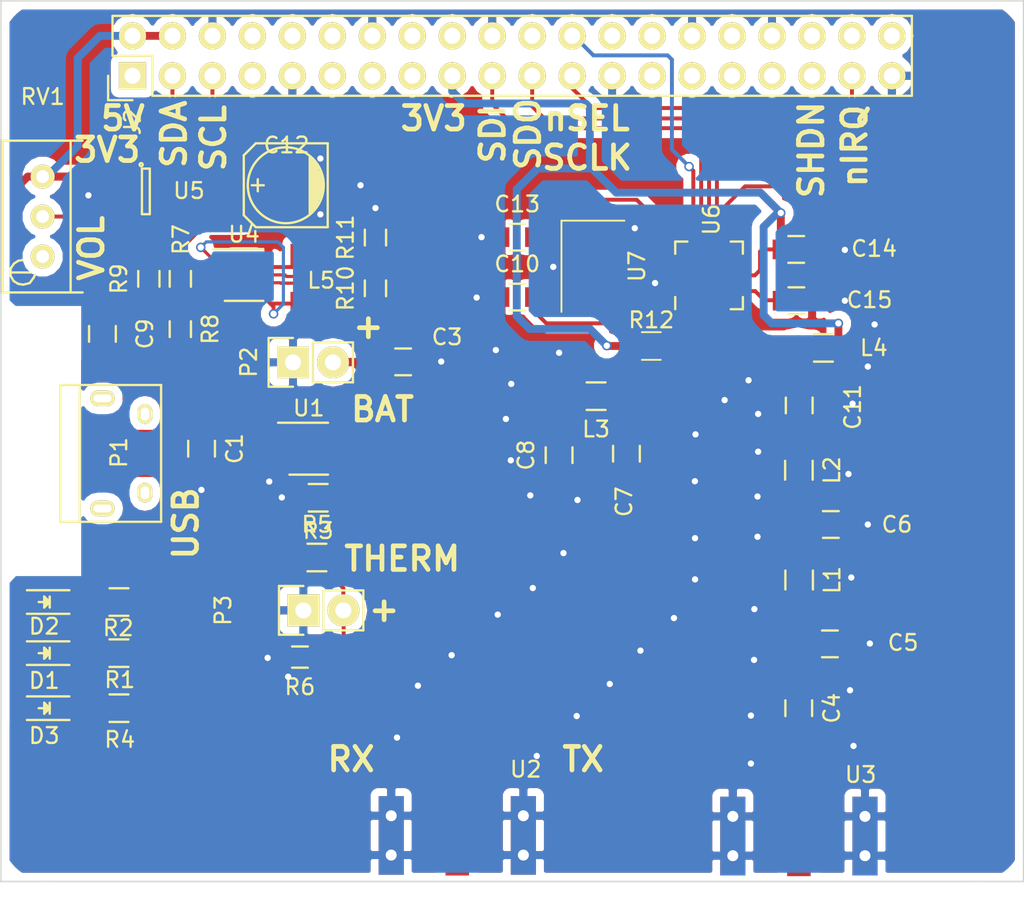
<source format=kicad_pcb>
(kicad_pcb (version 4) (host pcbnew 4.0.6)
  (layers (0 F.Cu signal) (31 B.Cu signal) (34 B.Paste user) (35 F.Paste user) (36 B.SilkS user) (37 F.SilkS user) (38 B.Mask user) (39 F.Mask user) (44 Edge.Cuts user))
  (net 0 "")
  (net 1 5VU)
  (net 2 GND)
  (net 3 VBAT)
  (net 4 "Net-(C4-Pad1)")
  (net 5 TXO)
  (net 6 "Net-(C6-Pad1)")
  (net 7 "Net-(C7-Pad1)")
  (net 8 RXI)
  (net 9 "Net-(C8-Pad2)")
  (net 10 "Net-(C11-Pad1)")
  (net 11 "Net-(C11-Pad2)")
  (net 12 +3V3)
  (net 13 "Net-(L5-Pad1)")
  (net 14 "Net-(R3-Pad1)")
  (net 15 "Net-(R4-Pad2)")
  (net 16 "Net-(R5-Pad2)")
  (net 17 "Net-(R7-Pad2)")
  (net 18 "Net-(R9-Pad1)")
  (net 19 "Net-(R10-Pad2)")
  (net 20 VOL)
  (net 21 nIRQ)
  (net 22 SCLK)
  (net 23 SDO)
  (net 24 SDI)
  (net 25 nSEL)
  (net 26 SDA)
  (net 27 SCL)
  (net 28 "Net-(R1-Pad2)")
  (net 29 "Net-(R2-Pad2)")
  (net 30 "Net-(P3-Pad2)")
  (net 31 "Net-(C10-Pad2)")
  (net 32 "Net-(C13-Pad2)")
  (net 33 "Net-(R12-Pad2)")
  (net 34 USB_5V)
  (net 35 "Net-(P1-Pad6)")
  (module RPi_Hat:Pin_Header_Straight_2x20 (layer F.Cu) (at 107.24 97.02 90)
    (fp_text reference J2 (at -4.191 -24.13 270) (layer F.SilkS))
    (fp_text value RPi_GPIO)
    (pad 1 thru_hole rect (at -1.27 -24.13 90) (size 1.7272 1.7272) (drill 1.016) (layers *.Cu *.Mask F.SilkS) (net 12 +3V3))
    (pad 2 thru_hole oval (at 1.27 -24.13 90) (size 1.7272 1.7272) (drill 1.016) (layers *.Cu *.Mask F.SilkS) (net 1 5VU))
    (pad 3 thru_hole oval (at -1.27 -21.59 90) (size 1.7272 1.7272) (drill 1.016) (layers *.Cu *.Mask F.SilkS) (net 26 SDA))
    (pad 4 thru_hole oval (at 1.27 -21.59 90) (size 1.7272 1.7272) (drill 1.016) (layers *.Cu *.Mask F.SilkS) (net 1 5VU))
    (pad 5 thru_hole oval (at -1.27 -19.05 90) (size 1.7272 1.7272) (drill 1.016) (layers *.Cu *.Mask F.SilkS) (net 27 SCL))
    (pad 6 thru_hole oval (at 1.27 -19.05 90) (size 1.7272 1.7272) (drill 1.016) (layers *.Cu *.Mask F.SilkS) (net 2 GND))
    (pad 7 thru_hole oval (at -1.27 -16.51 90) (size 1.7272 1.7272) (drill 1.016) (layers *.Cu *.Mask F.SilkS))
    (pad 8 thru_hole oval (at 1.27 -16.51 90) (size 1.7272 1.7272) (drill 1.016) (layers *.Cu *.Mask F.SilkS))
    (pad 9 thru_hole oval (at -1.27 -13.97 90) (size 1.7272 1.7272) (drill 1.016) (layers *.Cu *.Mask F.SilkS) (net 2 GND))
    (pad 10 thru_hole oval (at 1.27 -13.97 90) (size 1.7272 1.7272) (drill 1.016) (layers *.Cu *.Mask F.SilkS))
    (pad 11 thru_hole oval (at -1.27 -11.43 90) (size 1.7272 1.7272) (drill 1.016) (layers *.Cu *.Mask F.SilkS))
    (pad 12 thru_hole oval (at 1.27 -11.43 90) (size 1.7272 1.7272) (drill 1.016) (layers *.Cu *.Mask F.SilkS))
    (pad 13 thru_hole oval (at -1.27 -8.89 90) (size 1.7272 1.7272) (drill 1.016) (layers *.Cu *.Mask F.SilkS))
    (pad 14 thru_hole oval (at 1.27 -8.89 90) (size 1.7272 1.7272) (drill 1.016) (layers *.Cu *.Mask F.SilkS) (net 2 GND))
    (pad 15 thru_hole oval (at -1.27 -6.35 90) (size 1.7272 1.7272) (drill 1.016) (layers *.Cu *.Mask F.SilkS))
    (pad 16 thru_hole oval (at 1.27 -6.35 90) (size 1.7272 1.7272) (drill 1.016) (layers *.Cu *.Mask F.SilkS))
    (pad 17 thru_hole oval (at -1.27 -3.81 90) (size 1.7272 1.7272) (drill 1.016) (layers *.Cu *.Mask F.SilkS) (net 12 +3V3))
    (pad 18 thru_hole oval (at 1.27 -3.81 90) (size 1.7272 1.7272) (drill 1.016) (layers *.Cu *.Mask F.SilkS))
    (pad 19 thru_hole oval (at -1.27 -1.27 90) (size 1.7272 1.7272) (drill 1.016) (layers *.Cu *.Mask F.SilkS) (net 24 SDI))
    (pad 20 thru_hole oval (at 1.27 -1.27 90) (size 1.7272 1.7272) (drill 1.016) (layers *.Cu *.Mask F.SilkS) (net 2 GND))
    (pad 21 thru_hole oval (at -1.27 1.27 90) (size 1.7272 1.7272) (drill 1.016) (layers *.Cu *.Mask F.SilkS) (net 23 SDO))
    (pad 22 thru_hole oval (at 1.27 1.27 90) (size 1.7272 1.7272) (drill 1.016) (layers *.Cu *.Mask F.SilkS))
    (pad 23 thru_hole oval (at -1.27 3.81 90) (size 1.7272 1.7272) (drill 1.016) (layers *.Cu *.Mask F.SilkS) (net 22 SCLK))
    (pad 24 thru_hole oval (at 1.27 3.81 90) (size 1.7272 1.7272) (drill 1.016) (layers *.Cu *.Mask F.SilkS) (net 25 nSEL))
    (pad 25 thru_hole oval (at -1.27 6.35 90) (size 1.7272 1.7272) (drill 1.016) (layers *.Cu *.Mask F.SilkS) (net 2 GND))
    (pad 26 thru_hole oval (at 1.27 6.35 90) (size 1.7272 1.7272) (drill 1.016) (layers *.Cu *.Mask F.SilkS))
    (pad 27 thru_hole oval (at -1.27 8.89 90) (size 1.7272 1.7272) (drill 1.016) (layers *.Cu *.Mask F.SilkS))
    (pad 28 thru_hole oval (at 1.27 8.89 90) (size 1.7272 1.7272) (drill 1.016) (layers *.Cu *.Mask F.SilkS))
    (pad 29 thru_hole oval (at -1.27 11.43 90) (size 1.7272 1.7272) (drill 1.016) (layers *.Cu *.Mask F.SilkS))
    (pad 30 thru_hole oval (at 1.27 11.43 90) (size 1.7272 1.7272) (drill 1.016) (layers *.Cu *.Mask F.SilkS) (net 2 GND))
    (pad 31 thru_hole oval (at -1.27 13.97 90) (size 1.7272 1.7272) (drill 1.016) (layers *.Cu *.Mask F.SilkS))
    (pad 32 thru_hole oval (at 1.27 13.97 90) (size 1.7272 1.7272) (drill 1.016) (layers *.Cu *.Mask F.SilkS))
    (pad 33 thru_hole oval (at -1.27 16.51 90) (size 1.7272 1.7272) (drill 1.016) (layers *.Cu *.Mask F.SilkS))
    (pad 34 thru_hole oval (at 1.27 16.51 90) (size 1.7272 1.7272) (drill 1.016) (layers *.Cu *.Mask F.SilkS) (net 2 GND))
    (pad 35 thru_hole oval (at -1.27 19.05 90) (size 1.7272 1.7272) (drill 1.016) (layers *.Cu *.Mask F.SilkS))
    (pad 36 thru_hole oval (at 1.27 19.05 90) (size 1.7272 1.7272) (drill 1.016) (layers *.Cu *.Mask F.SilkS))
    (pad 37 thru_hole oval (at -1.27 21.59 90) (size 1.7272 1.7272) (drill 1.016) (layers *.Cu *.Mask F.SilkS) (net 21 nIRQ))
    (pad 38 thru_hole oval (at 1.27 21.59 90) (size 1.7272 1.7272) (drill 1.016) (layers *.Cu *.Mask F.SilkS))
    (pad 39 thru_hole oval (at -1.27 24.13 90) (size 1.7272 1.7272) (drill 1.016) (layers *.Cu *.Mask F.SilkS) (net 2 GND))
    (pad 40 thru_hole oval (at 1.27 24.13 90) (size 1.7272 1.7272) (drill 1.016) (layers *.Cu *.Mask F.SilkS))
  )
  (module Housings_DFN_QFN:DFN-10-1EP_3x3mm_Pitch0.5mm (layer F.Cu) (at 90.2 110.95)
    (fp_text reference U4 (at 0 -2.575) (layer F.SilkS))
    (fp_text value TPS61027)
    (pad 1 smd rect (at -1.55 -1) (size 0.65 0.3) (layers F.Cu F.Paste F.Mask) (net 3 VBAT))
    (pad 2 smd rect (at -1.55 -0.5) (size 0.65 0.3) (layers F.Cu F.Paste F.Mask) (net 1 5VU))
    (pad 3 smd rect (at -1.55 0) (size 0.65 0.3) (layers F.Cu F.Paste F.Mask) (net 17 "Net-(R7-Pad2)"))
    (pad 4 smd rect (at -1.55 0.5) (size 0.65 0.3) (layers F.Cu F.Paste F.Mask) (net 18 "Net-(R9-Pad1)"))
    (pad 5 smd rect (at -1.55 1) (size 0.65 0.3) (layers F.Cu F.Paste F.Mask) (net 2 GND))
    (pad 6 smd rect (at 1.55 1) (size 0.65 0.3) (layers F.Cu F.Paste F.Mask) (net 3 VBAT))
    (pad 7 smd rect (at 1.55 0.5) (size 0.65 0.3) (layers F.Cu F.Paste F.Mask) (net 19 "Net-(R10-Pad2)"))
    (pad 8 smd rect (at 1.55 0) (size 0.65 0.3) (layers F.Cu F.Paste F.Mask) (net 2 GND))
    (pad 9 smd rect (at 1.55 -0.5) (size 0.65 0.3) (layers F.Cu F.Paste F.Mask) (net 13 "Net-(L5-Pad1)"))
    (pad 10 smd rect (at 1.55 -1) (size 0.65 0.3) (layers F.Cu F.Paste F.Mask) (net 2 GND))
    (pad 11 smd rect (at 0.3875 0.62) (size 0.775 1.24) (layers F.Cu F.Paste F.Mask))
    (pad 11 smd rect (at 0.3875 -0.62) (size 0.775 1.24) (layers F.Cu F.Paste F.Mask))
    (pad 11 smd rect (at -0.3875 0.62) (size 0.775 1.24) (layers F.Cu F.Paste F.Mask))
    (pad 11 smd rect (at -0.3875 -0.62) (size 0.775 1.24) (layers F.Cu F.Paste F.Mask))
  )
  (module Capacitors_SMD:C_0805 (layer F.Cu) (at 87.5 122 270)
    (fp_text reference C1 (at 0 -2.1 270) (layer F.SilkS))
    (fp_text value 10uF)
    (pad 1 smd rect (at -1 0 270) (size 1 1.25) (layers F.Cu F.Paste F.Mask) (net 34 USB_5V))
    (pad 2 smd rect (at 1 0 270) (size 1 1.25) (layers F.Cu F.Paste F.Mask) (net 2 GND))
  )
  (module Capacitors_SMD:C_0805 (layer F.Cu) (at 100.31 116.48)
    (fp_text reference C3 (at 2.79 -1.58) (layer F.SilkS))
    (fp_text value 10uF)
    (pad 1 smd rect (at -1 0) (size 1 1.25) (layers F.Cu F.Paste F.Mask) (net 3 VBAT))
    (pad 2 smd rect (at 1 0) (size 1 1.25) (layers F.Cu F.Paste F.Mask) (net 2 GND))
  )
  (module Capacitors_SMD:C_0805 (layer F.Cu) (at 125.45 138.5 270)
    (fp_text reference C4 (at 0 -2.1 270) (layer F.SilkS))
    (fp_text value C)
    (pad 1 smd rect (at -1 0 270) (size 1 1.25) (layers F.Cu F.Paste F.Mask) (net 4 "Net-(C4-Pad1)"))
    (pad 2 smd rect (at 1 0 270) (size 1 1.25) (layers F.Cu F.Paste F.Mask) (net 5 TXO))
  )
  (module Capacitors_SMD:C_0805 (layer F.Cu) (at 127.43 134.41)
    (fp_text reference C5 (at 4.65 -0.075) (layer F.SilkS))
    (fp_text value C)
    (pad 1 smd rect (at -1 0) (size 1 1.25) (layers F.Cu F.Paste F.Mask) (net 4 "Net-(C4-Pad1)"))
    (pad 2 smd rect (at 1 0) (size 1 1.25) (layers F.Cu F.Paste F.Mask) (net 2 GND))
  )
  (module Capacitors_SMD:C_0805 (layer F.Cu) (at 127.49 126.82)
    (fp_text reference C6 (at 4.2 0) (layer F.SilkS))
    (fp_text value C)
    (pad 1 smd rect (at -1 0) (size 1 1.25) (layers F.Cu F.Paste F.Mask) (net 6 "Net-(C6-Pad1)"))
    (pad 2 smd rect (at 1 0) (size 1 1.25) (layers F.Cu F.Paste F.Mask) (net 2 GND))
  )
  (module Capacitors_SMD:C_0805 (layer F.Cu) (at 114.5 122.32 270)
    (fp_text reference C7 (at 3.05 0.15 270) (layer F.SilkS))
    (fp_text value C)
    (pad 1 smd rect (at -1 0 270) (size 1 1.25) (layers F.Cu F.Paste F.Mask) (net 7 "Net-(C7-Pad1)"))
    (pad 2 smd rect (at 1 0 270) (size 1 1.25) (layers F.Cu F.Paste F.Mask) (net 8 RXI))
  )
  (module Capacitors_SMD:C_0805 (layer F.Cu) (at 110.22 122.41 90)
    (fp_text reference C8 (at 0 -2.1 90) (layer F.SilkS))
    (fp_text value C)
    (pad 1 smd rect (at -1 0 90) (size 1 1.25) (layers F.Cu F.Paste F.Mask) (net 2 GND))
    (pad 2 smd rect (at 1 0 90) (size 1 1.25) (layers F.Cu F.Paste F.Mask) (net 9 "Net-(C8-Pad2)"))
  )
  (module Capacitors_SMD:C_0805 (layer F.Cu) (at 81.2 114.7 270)
    (fp_text reference C9 (at 0 -2.7 270) (layer F.SilkS))
    (fp_text value 10uF)
    (pad 1 smd rect (at -1 0 270) (size 1 1.25) (layers F.Cu F.Paste F.Mask) (net 1 5VU))
    (pad 2 smd rect (at 1 0 270) (size 1 1.25) (layers F.Cu F.Paste F.Mask) (net 2 GND))
  )
  (module Capacitors_SMD:C_0805 (layer F.Cu) (at 125.48 119.25 270)
    (fp_text reference C11 (at 0.1 -3.4 270) (layer F.SilkS))
    (fp_text value C)
    (pad 1 smd rect (at -1 0 270) (size 1 1.25) (layers F.Cu F.Paste F.Mask) (net 10 "Net-(C11-Pad1)"))
    (pad 2 smd rect (at 1 0 270) (size 1 1.25) (layers F.Cu F.Paste F.Mask) (net 11 "Net-(C11-Pad2)"))
  )
  (module Capacitors_SMD:c_elec_5x5.3 (layer F.Cu) (at 92.85 105.25 180)
    (fp_text reference C12 (at -0.05 2.55 180) (layer F.SilkS))
    (fp_text value 47uF)
    (pad 1 smd rect (at 2.19964 0 180) (size 2.99974 1.6002) (layers F.Cu F.Paste F.Mask) (net 1 5VU))
    (pad 2 smd rect (at -2.19964 0 180) (size 2.99974 1.6002) (layers F.Cu F.Paste F.Mask) (net 2 GND))
  )
  (module Capacitors_SMD:C_0805 (layer F.Cu) (at 125.29 109.33 180)
    (fp_text reference C14 (at -4.95 0.05 180) (layer F.SilkS))
    (fp_text value 10nF)
    (pad 1 smd rect (at -1 0 180) (size 1 1.25) (layers F.Cu F.Paste F.Mask) (net 2 GND))
    (pad 2 smd rect (at 1 0 180) (size 1 1.25) (layers F.Cu F.Paste F.Mask) (net 12 +3V3))
  )
  (module Capacitors_SMD:C_0805 (layer F.Cu) (at 125.3 112.59 180)
    (fp_text reference C15 (at -4.65 0.05 180) (layer F.SilkS))
    (fp_text value 10nF)
    (pad 1 smd rect (at -1 0 180) (size 1 1.25) (layers F.Cu F.Paste F.Mask) (net 2 GND))
    (pad 2 smd rect (at 1 0 180) (size 1 1.25) (layers F.Cu F.Paste F.Mask) (net 12 +3V3))
  )
  (module LEDs:LED_0805 (layer F.Cu) (at 77.5 135 180)
    (fp_text reference D1 (at 0 -1.75 180) (layer F.SilkS))
    (fp_text value LED)
    (pad 2 smd rect (at 1.04902 0) (size 1.19888 1.19888) (layers F.Cu F.Paste F.Mask))
    (pad 1 smd rect (at -1.04902 0) (size 1.19888 1.19888) (layers F.Cu F.Paste F.Mask))
  )
  (module LEDs:LED_0805 (layer F.Cu) (at 77.5 131.75 180)
    (fp_text reference D2 (at 0 -1.55 180) (layer F.SilkS))
    (fp_text value LED)
    (pad 2 smd rect (at 1.04902 0) (size 1.19888 1.19888) (layers F.Cu F.Paste F.Mask))
    (pad 1 smd rect (at -1.04902 0) (size 1.19888 1.19888) (layers F.Cu F.Paste F.Mask))
  )
  (module LEDs:LED_0805 (layer F.Cu) (at 77.5 138.5 180)
    (fp_text reference D3 (at 0 -1.75 180) (layer F.SilkS))
    (fp_text value LED)
    (pad 2 smd rect (at 1.04902 0) (size 1.19888 1.19888) (layers F.Cu F.Paste F.Mask))
    (pad 1 smd rect (at -1.04902 0) (size 1.19888 1.19888) (layers F.Cu F.Paste F.Mask))
  )
  (module Resistors_SMD:R_0805 (layer F.Cu) (at 125.475 130.35 270)
    (fp_text reference L1 (at 0 -2.1 270) (layer F.SilkS))
    (fp_text value L_Small)
    (pad 1 smd rect (at -0.95 0 270) (size 0.7 1.3) (layers F.Cu F.Paste F.Mask) (net 6 "Net-(C6-Pad1)"))
    (pad 2 smd rect (at 0.95 0 270) (size 0.7 1.3) (layers F.Cu F.Paste F.Mask) (net 4 "Net-(C4-Pad1)"))
  )
  (module Resistors_SMD:R_0805 (layer F.Cu) (at 125.46 123.37 270)
    (fp_text reference L2 (at 0 -2.1 270) (layer F.SilkS))
    (fp_text value L_Small)
    (pad 1 smd rect (at -0.95 0 270) (size 0.7 1.3) (layers F.Cu F.Paste F.Mask) (net 11 "Net-(C11-Pad2)"))
    (pad 2 smd rect (at 0.95 0 270) (size 0.7 1.3) (layers F.Cu F.Paste F.Mask) (net 6 "Net-(C6-Pad1)"))
  )
  (module Resistors_SMD:R_0805 (layer F.Cu) (at 112.57 118.66 180)
    (fp_text reference L3 (at 0 -2.1 180) (layer F.SilkS))
    (fp_text value L_Small)
    (pad 1 smd rect (at -0.95 0 180) (size 0.7 1.3) (layers F.Cu F.Paste F.Mask) (net 7 "Net-(C7-Pad1)"))
    (pad 2 smd rect (at 0.95 0 180) (size 0.7 1.3) (layers F.Cu F.Paste F.Mask) (net 9 "Net-(C8-Pad2)"))
  )
  (module Resistors_SMD:R_0805 (layer F.Cu) (at 127.02 115.59 180)
    (fp_text reference L4 (at -3.2 0 180) (layer F.SilkS))
    (fp_text value L_Small)
    (pad 1 smd rect (at -0.95 0 180) (size 0.7 1.3) (layers F.Cu F.Paste F.Mask) (net 12 +3V3))
    (pad 2 smd rect (at 0.95 0 180) (size 0.7 1.3) (layers F.Cu F.Paste F.Mask) (net 10 "Net-(C11-Pad1)"))
  )
  (module inductor:BOURNES_SRN4018 (layer F.Cu) (at 94.95 111.25 270)
    (fp_text reference L5 (at 0.05 -0.15 360) (layer F.SilkS))
    (fp_text value 6.8uH)
    (pad 1 smd rect (at -1.525 0 270) (size 1.5 3.6) (layers F.Cu F.Paste F.Mask) (net 13 "Net-(L5-Pad1)"))
    (pad 2 smd rect (at 1.525 0 270) (size 1.5 3.6) (layers F.Cu F.Paste F.Mask) (net 3 VBAT))
  )
  (module Connect:USB_Micro-B (layer F.Cu) (at 82.34 122.3 270)
    (fp_text reference P1 (at -0.05 0.09 270) (layer F.SilkS))
    (fp_text value USB_OTG)
    (pad 1 smd rect (at -1.3009 -1.56254) (size 1.35 0.4) (layers F.Cu F.Paste F.Mask))
    (pad 2 smd rect (at -0.6509 -1.56254) (size 1.35 0.4) (layers F.Cu F.Paste F.Mask))
    (pad 3 smd rect (at -0.0009 -1.56254) (size 1.35 0.4) (layers F.Cu F.Paste F.Mask))
    (pad 4 smd rect (at 0.6491 -1.56254) (size 1.35 0.4) (layers F.Cu F.Paste F.Mask))
    (pad 5 smd rect (at 1.2991 -1.56254) (size 1.35 0.4) (layers F.Cu F.Paste F.Mask))
    (pad 6 thru_hole oval (at -2.5009 -1.56254) (size 0.95 1.25) (drill oval 0.55 0.85) (layers *.Cu *.Mask F.SilkS) (net 35 "Net-(P1-Pad6)"))
    (pad 6 thru_hole oval (at 2.4991 -1.56254) (size 0.95 1.25) (drill oval 0.55 0.85) (layers *.Cu *.Mask F.SilkS) (net 35 "Net-(P1-Pad6)"))
    (pad 6 thru_hole oval (at -3.5009 1.13746) (size 1.55 1) (drill oval 1.15 0.5) (layers *.Cu *.Mask F.SilkS) (net 35 "Net-(P1-Pad6)"))
    (pad 6 thru_hole oval (at 3.4991 1.13746) (size 1.55 1) (drill oval 1.15 0.5) (layers *.Cu *.Mask F.SilkS) (net 35 "Net-(P1-Pad6)"))
  )
  (module Pin_Headers:Pin_Header_Straight_1x02 (layer F.Cu) (at 93.31 116.51 90)
    (fp_text reference P2 (at 0.01 -2.81 90) (layer F.SilkS))
    (fp_text value BATT)
    (pad 1 thru_hole rect (at 0 0 90) (size 2.032 2.032) (drill 1.016) (layers *.Cu *.Mask F.SilkS) (net 2 GND))
    (pad 2 thru_hole oval (at 0 2.54 90) (size 2.032 2.032) (drill 1.016) (layers *.Cu *.Mask F.SilkS) (net 3 VBAT))
  )
  (module Resistors_SMD:R_0805 (layer F.Cu) (at 82.25 135)
    (fp_text reference R1 (at 0.05 1.7) (layer F.SilkS))
    (fp_text value 1K)
    (pad 1 smd rect (at -0.95 0) (size 0.7 1.3) (layers F.Cu F.Paste F.Mask))
    (pad 2 smd rect (at 0.95 0) (size 0.7 1.3) (layers F.Cu F.Paste F.Mask) (net 28 "Net-(R1-Pad2)"))
  )
  (module Resistors_SMD:R_0805 (layer F.Cu) (at 82.25 131.75)
    (fp_text reference R2 (at -0.05 1.65) (layer F.SilkS))
    (fp_text value 1K)
    (pad 1 smd rect (at -0.95 0) (size 0.7 1.3) (layers F.Cu F.Paste F.Mask))
    (pad 2 smd rect (at 0.95 0) (size 0.7 1.3) (layers F.Cu F.Paste F.Mask) (net 29 "Net-(R2-Pad2)"))
  )
  (module Resistors_SMD:R_0805 (layer F.Cu) (at 94.91 125.12 180)
    (fp_text reference R3 (at 0 -2.1 180) (layer F.SilkS))
    (fp_text value 1K)
    (pad 1 smd rect (at -0.95 0 180) (size 0.7 1.3) (layers F.Cu F.Paste F.Mask) (net 14 "Net-(R3-Pad1)"))
    (pad 2 smd rect (at 0.95 0 180) (size 0.7 1.3) (layers F.Cu F.Paste F.Mask) (net 2 GND))
  )
  (module Resistors_SMD:R_0805 (layer F.Cu) (at 82.25 138.5)
    (fp_text reference R4 (at 0.05 2) (layer F.SilkS))
    (fp_text value 1K)
    (pad 1 smd rect (at -0.95 0) (size 0.7 1.3) (layers F.Cu F.Paste F.Mask))
    (pad 2 smd rect (at 0.95 0) (size 0.7 1.3) (layers F.Cu F.Paste F.Mask) (net 15 "Net-(R4-Pad2)"))
  )
  (module Resistors_SMD:R_0805 (layer F.Cu) (at 94.83 128.92)
    (fp_text reference R5 (at 0 -2.1) (layer F.SilkS))
    (fp_text value 1K)
    (pad 1 smd rect (at -0.95 0) (size 0.7 1.3) (layers F.Cu F.Paste F.Mask) (net 30 "Net-(P3-Pad2)"))
    (pad 2 smd rect (at 0.95 0) (size 0.7 1.3) (layers F.Cu F.Paste F.Mask) (net 16 "Net-(R5-Pad2)"))
  )
  (module Resistors_SMD:R_0603 (layer F.Cu) (at 93.75 135.25 180)
    (fp_text reference R6 (at 0 -1.9 180) (layer F.SilkS))
    (fp_text value 150K)
    (pad 1 smd rect (at -0.75 0 180) (size 0.5 0.9) (layers F.Cu F.Paste F.Mask) (net 30 "Net-(P3-Pad2)"))
    (pad 2 smd rect (at 0.75 0 180) (size 0.5 0.9) (layers F.Cu F.Paste F.Mask) (net 2 GND))
  )
  (module Resistors_SMD:R_0603 (layer F.Cu) (at 86.15 111.2 270)
    (fp_text reference R7 (at -2.5 -0.05 270) (layer F.SilkS))
    (fp_text value R)
    (pad 1 smd rect (at -0.75 0 270) (size 0.5 0.9) (layers F.Cu F.Paste F.Mask) (net 1 5VU))
    (pad 2 smd rect (at 0.75 0 270) (size 0.5 0.9) (layers F.Cu F.Paste F.Mask) (net 17 "Net-(R7-Pad2)"))
  )
  (module Resistors_SMD:R_0603 (layer F.Cu) (at 86.15 114.4 270)
    (fp_text reference R8 (at 0 -1.9 270) (layer F.SilkS))
    (fp_text value R)
    (pad 1 smd rect (at -0.75 0 270) (size 0.5 0.9) (layers F.Cu F.Paste F.Mask) (net 17 "Net-(R7-Pad2)"))
    (pad 2 smd rect (at 0.75 0 270) (size 0.5 0.9) (layers F.Cu F.Paste F.Mask) (net 2 GND))
  )
  (module Resistors_SMD:R_0603 (layer F.Cu) (at 84.15 111.2 90)
    (fp_text reference R9 (at 0 -1.9 90) (layer F.SilkS))
    (fp_text value R)
    (pad 1 smd rect (at -0.75 0 90) (size 0.5 0.9) (layers F.Cu F.Paste F.Mask) (net 18 "Net-(R9-Pad1)"))
    (pad 2 smd rect (at 0.75 0 90) (size 0.5 0.9) (layers F.Cu F.Paste F.Mask) (net 1 5VU))
  )
  (module Resistors_SMD:R_0603 (layer F.Cu) (at 98.55 111.8 90)
    (fp_text reference R10 (at 0 -1.9 90) (layer F.SilkS))
    (fp_text value R)
    (pad 1 smd rect (at -0.75 0 90) (size 0.5 0.9) (layers F.Cu F.Paste F.Mask) (net 3 VBAT))
    (pad 2 smd rect (at 0.75 0 90) (size 0.5 0.9) (layers F.Cu F.Paste F.Mask) (net 19 "Net-(R10-Pad2)"))
  )
  (module Resistors_SMD:R_0603 (layer F.Cu) (at 98.55 108.575 90)
    (fp_text reference R11 (at 0 -1.9 90) (layer F.SilkS))
    (fp_text value R)
    (pad 1 smd rect (at -0.75 0 90) (size 0.5 0.9) (layers F.Cu F.Paste F.Mask) (net 19 "Net-(R10-Pad2)"))
    (pad 2 smd rect (at 0.75 0 90) (size 0.5 0.9) (layers F.Cu F.Paste F.Mask) (net 2 GND))
  )
  (module Potentiometers:Potentiometer_Bourns_3296W_3-8Zoll_Inline_ScrewUp (layer F.Cu) (at 77.4 109.78)
    (fp_text reference RV1 (at 0 -10.16) (layer F.SilkS))
    (fp_text value POT)
    (pad 2 thru_hole circle (at 0 -2.54) (size 1.524 1.524) (drill 0.8128) (layers *.Cu *.Mask F.SilkS) (net 1 5VU))
    (pad 3 thru_hole circle (at 0 -5.08) (size 1.524 1.524) (drill 0.8128) (layers *.Cu *.Mask F.SilkS))
    (pad 1 thru_hole circle (at 0 0) (size 1.524 1.524) (drill 0.8128) (layers *.Cu *.Mask F.SilkS) (net 20 VOL))
  )
  (module Housings_DFN_QFN:DFN-10-1EP_3x3mm_Pitch0.5mm (layer F.Cu) (at 94.31 122)
    (fp_text reference U1 (at 0 -2.575) (layer F.SilkS))
    (fp_text value MCP73833)
    (pad 1 smd rect (at -1.55 -1) (size 0.65 0.3) (layers F.Cu F.Paste F.Mask) (net 34 USB_5V))
    (pad 2 smd rect (at -1.55 -0.5) (size 0.65 0.3) (layers F.Cu F.Paste F.Mask) (net 34 USB_5V))
    (pad 3 smd rect (at -1.55 0) (size 0.65 0.3) (layers F.Cu F.Paste F.Mask) (net 29 "Net-(R2-Pad2)"))
    (pad 4 smd rect (at -1.55 0.5) (size 0.65 0.3) (layers F.Cu F.Paste F.Mask) (net 28 "Net-(R1-Pad2)"))
    (pad 5 smd rect (at -1.55 1) (size 0.65 0.3) (layers F.Cu F.Paste F.Mask) (net 2 GND))
    (pad 6 smd rect (at 1.55 1) (size 0.65 0.3) (layers F.Cu F.Paste F.Mask) (net 14 "Net-(R3-Pad1)"))
    (pad 7 smd rect (at 1.55 0.5) (size 0.65 0.3) (layers F.Cu F.Paste F.Mask) (net 15 "Net-(R4-Pad2)"))
    (pad 8 smd rect (at 1.55 0) (size 0.65 0.3) (layers F.Cu F.Paste F.Mask) (net 16 "Net-(R5-Pad2)"))
    (pad 9 smd rect (at 1.55 -0.5) (size 0.65 0.3) (layers F.Cu F.Paste F.Mask) (net 3 VBAT))
    (pad 10 smd rect (at 1.55 -1) (size 0.65 0.3) (layers F.Cu F.Paste F.Mask) (net 3 VBAT))
    (pad 11 smd rect (at 0.3875 0.62) (size 0.775 1.24) (layers F.Cu F.Paste F.Mask))
    (pad 11 smd rect (at 0.3875 -0.62) (size 0.775 1.24) (layers F.Cu F.Paste F.Mask))
    (pad 11 smd rect (at -0.3875 0.62) (size 0.775 1.24) (layers F.Cu F.Paste F.Mask))
    (pad 11 smd rect (at -0.3875 -0.62) (size 0.775 1.24) (layers F.Cu F.Paste F.Mask))
  )
  (module "RF BW Filter:SMA_Edge_Mount" (layer F.Cu) (at 103.75 146.34)
    (fp_text reference U2 (at 4.35 -3.95) (layer F.SilkS))
    (fp_text value SMA_Edge_Mount)
    (pad 3 thru_hole rect (at 4.2 -1) (size 1.6 2.5) (drill 0.7) (layers *.Cu *.Mask) (net 2 GND))
    (pad 3 thru_hole rect (at 4.2 1.5) (size 1.6 2.5) (drill 0.7) (layers *.Cu *.Mask) (net 2 GND))
    (pad 1 thru_hole rect (at -4.2 -1) (size 1.6 2.5) (drill 0.7) (layers *.Cu *.Mask) (net 2 GND))
    (pad 1 thru_hole rect (at -4.2 1.5) (size 1.6 2.5) (drill 0.7) (layers *.Cu *.Mask) (net 2 GND))
    (pad 2 smd rect (at 0 0) (size 1.5 5.6) (layers F.Cu F.Paste F.Mask) (net 8 RXI))
  )
  (module "RF BW Filter:SMA_Edge_Mount" (layer F.Cu) (at 125.46 146.38)
    (fp_text reference U3 (at 3.925 -3.65) (layer F.SilkS))
    (fp_text value SMA_Edge_Mount)
    (pad 3 thru_hole rect (at 4.2 -1) (size 1.6 2.5) (drill 0.7) (layers *.Cu *.Mask) (net 2 GND))
    (pad 3 thru_hole rect (at 4.2 1.5) (size 1.6 2.5) (drill 0.7) (layers *.Cu *.Mask) (net 2 GND))
    (pad 1 thru_hole rect (at -4.2 -1) (size 1.6 2.5) (drill 0.7) (layers *.Cu *.Mask) (net 2 GND))
    (pad 1 thru_hole rect (at -4.2 1.5) (size 1.6 2.5) (drill 0.7) (layers *.Cu *.Mask) (net 2 GND))
    (pad 2 smd rect (at 0 0) (size 1.5 5.6) (layers F.Cu F.Paste F.Mask) (net 5 TXO))
  )
  (module Housings_DFN_QFN:QFN-20-1EP_4x4mm_Pitch0.5mm (layer F.Cu) (at 119.75 110.98 90)
    (fp_text reference U6 (at 3.55 0.15 90) (layer F.SilkS))
    (fp_text value Si4464)
    (pad 1 smd rect (at -1.965 -1 90) (size 0.73 0.3) (layers F.Cu F.Paste F.Mask) (net 33 "Net-(R12-Pad2)"))
    (pad 2 smd rect (at -1.965 -0.5 90) (size 0.73 0.3) (layers F.Cu F.Paste F.Mask) (net 9 "Net-(C8-Pad2)"))
    (pad 3 smd rect (at -1.965 0 90) (size 0.73 0.3) (layers F.Cu F.Paste F.Mask) (net 7 "Net-(C7-Pad1)"))
    (pad 4 smd rect (at -1.965 0.5 90) (size 0.73 0.3) (layers F.Cu F.Paste F.Mask) (net 10 "Net-(C11-Pad1)"))
    (pad 5 smd rect (at -1.965 1 90) (size 0.73 0.3) (layers F.Cu F.Paste F.Mask))
    (pad 6 smd rect (at -1 1.965 180) (size 0.73 0.3) (layers F.Cu F.Paste F.Mask) (net 12 +3V3))
    (pad 7 smd rect (at -0.5 1.965 180) (size 0.73 0.3) (layers F.Cu F.Paste F.Mask))
    (pad 8 smd rect (at 0 1.965 180) (size 0.73 0.3) (layers F.Cu F.Paste F.Mask) (net 12 +3V3))
    (pad 9 smd rect (at 0.5 1.965 180) (size 0.73 0.3) (layers F.Cu F.Paste F.Mask))
    (pad 10 smd rect (at 1 1.965 180) (size 0.73 0.3) (layers F.Cu F.Paste F.Mask))
    (pad 11 smd rect (at 1.965 1 90) (size 0.73 0.3) (layers F.Cu F.Paste F.Mask) (net 21 nIRQ))
    (pad 12 smd rect (at 1.965 0.5 90) (size 0.73 0.3) (layers F.Cu F.Paste F.Mask) (net 22 SCLK))
    (pad 13 smd rect (at 1.965 0 90) (size 0.73 0.3) (layers F.Cu F.Paste F.Mask) (net 23 SDO))
    (pad 14 smd rect (at 1.965 -0.5 90) (size 0.73 0.3) (layers F.Cu F.Paste F.Mask) (net 24 SDI))
    (pad 15 smd rect (at 1.965 -1 90) (size 0.73 0.3) (layers F.Cu F.Paste F.Mask) (net 25 nSEL))
    (pad 16 smd rect (at 1 -1.965 180) (size 0.73 0.3) (layers F.Cu F.Paste F.Mask) (net 32 "Net-(C13-Pad2)"))
    (pad 17 smd rect (at 0.5 -1.965 180) (size 0.73 0.3) (layers F.Cu F.Paste F.Mask) (net 31 "Net-(C10-Pad2)"))
    (pad 18 smd rect (at 0 -1.965 180) (size 0.73 0.3) (layers F.Cu F.Paste F.Mask) (net 2 GND))
    (pad 19 smd rect (at -0.5 -1.965 180) (size 0.73 0.3) (layers F.Cu F.Paste F.Mask))
    (pad 20 smd rect (at -1 -1.965 180) (size 0.73 0.3) (layers F.Cu F.Paste F.Mask))
    (pad 21 smd rect (at 0.625 0.625 90) (size 1.25 1.25) (layers F.Cu F.Paste F.Mask))
    (pad 21 smd rect (at 0.625 -0.625 90) (size 1.25 1.25) (layers F.Cu F.Paste F.Mask))
    (pad 21 smd rect (at -0.625 0.625 90) (size 1.25 1.25) (layers F.Cu F.Paste F.Mask))
    (pad 21 smd rect (at -0.625 -0.625 90) (size 1.25 1.25) (layers F.Cu F.Paste F.Mask))
  )
  (module TO_SOT_Packages_SMD:SOT-23-5 (layer F.Cu) (at 83.96 105.64)
    (fp_text reference U5 (at 2.74 -0.04) (layer F.SilkS))
    (fp_text value MCP3021)
    (pad 1 smd rect (at -1.1 -0.95) (size 1.06 0.65) (layers F.Cu F.Paste F.Mask) (net 1 5VU))
    (pad 2 smd rect (at -1.1 0) (size 1.06 0.65) (layers F.Cu F.Paste F.Mask) (net 2 GND))
    (pad 3 smd rect (at -1.1 0.95) (size 1.06 0.65) (layers F.Cu F.Paste F.Mask) (net 20 VOL))
    (pad 4 smd rect (at 1.1 0.95) (size 1.06 0.65) (layers F.Cu F.Paste F.Mask) (net 26 SDA))
    (pad 5 smd rect (at 1.1 -0.95) (size 1.06 0.65) (layers F.Cu F.Paste F.Mask) (net 27 SCL))
  )
  (module Pin_Headers:Pin_Header_Straight_1x02 (layer F.Cu) (at 93.97 132.28 90)
    (fp_text reference P3 (at 0 -5.1 90) (layer F.SilkS))
    (fp_text value THERM)
    (pad 1 thru_hole rect (at 0 0 90) (size 2.032 2.032) (drill 1.016) (layers *.Cu *.Mask F.SilkS) (net 2 GND))
    (pad 2 thru_hole oval (at 0 2.54 90) (size 2.032 2.032) (drill 1.016) (layers *.Cu *.Mask F.SilkS) (net 30 "Net-(P3-Pad2)"))
  )
  (module Capacitors_SMD:C_0805 (layer F.Cu) (at 107.56 112.36)
    (fp_text reference C10 (at 0 -2.1) (layer F.SilkS))
    (fp_text value 12pF)
    (pad 1 smd rect (at -1 0) (size 1 1.25) (layers F.Cu F.Paste F.Mask) (net 2 GND))
    (pad 2 smd rect (at 1 0) (size 1 1.25) (layers F.Cu F.Paste F.Mask) (net 31 "Net-(C10-Pad2)"))
  )
  (module Capacitors_SMD:C_0805 (layer F.Cu) (at 107.56 108.55)
    (fp_text reference C13 (at 0 -2.1) (layer F.SilkS))
    (fp_text value 12pF)
    (pad 1 smd rect (at -1 0) (size 1 1.25) (layers F.Cu F.Paste F.Mask) (net 2 GND))
    (pad 2 smd rect (at 1 0) (size 1 1.25) (layers F.Cu F.Paste F.Mask) (net 32 "Net-(C13-Pad2)"))
  )
  (module Resistors_SMD:R_0805 (layer F.Cu) (at 116.08 115.47)
    (fp_text reference R12 (at 0 -1.65) (layer F.SilkS))
    (fp_text value 1K)
    (pad 1 smd rect (at -0.95 0) (size 0.7 1.3) (layers F.Cu F.Paste F.Mask) (net 12 +3V3))
    (pad 2 smd rect (at 0.95 0) (size 0.7 1.3) (layers F.Cu F.Paste F.Mask) (net 33 "Net-(R12-Pad2)"))
  )
  (module Crystals:Crystal_SMD_Abracon_ABM3C-4pin_5.0x3.2mm (layer F.Cu) (at 112.37 110.4 270)
    (fp_text reference U7 (at 0 -2.8 270) (layer F.SilkS))
    (fp_text value 30MHz)
    (pad 1 smd rect (at -1.9 1.15 270) (size 1.6 1.3) (layers F.Cu F.Paste F.Mask) (net 32 "Net-(C13-Pad2)"))
    (pad 2 smd rect (at 1.9 1.15 270) (size 1.6 1.3) (layers F.Cu F.Paste F.Mask) (net 2 GND))
    (pad 3 smd rect (at 1.9 -1.15 270) (size 1.6 1.3) (layers F.Cu F.Paste F.Mask) (net 31 "Net-(C10-Pad2)"))
    (pad 4 smd rect (at -1.9 -1.15 270) (size 1.6 1.3) (layers F.Cu F.Paste F.Mask) (net 2 GND))
  )
  (gr_line (start 74.74 149.52) (end 74.74 146.52) (angle 90) (layer Edge.Cuts) (width 0.1))
  (gr_line (start 77.74 149.52) (end 74.74 149.52) (angle 90) (layer Edge.Cuts) (width 0.1))
  (gr_line (start 139.74 149.52) (end 136.74 149.52) (angle 90) (layer Edge.Cuts) (width 0.1))
  (gr_line (start 139.74 146.54) (end 139.74 149.52) (angle 90) (layer Edge.Cuts) (width 0.1))
  (gr_line (start 139.74 93.52) (end 136.74 93.52) (angle 90) (layer Edge.Cuts) (width 0.1))
  (gr_line (start 139.74 96.55) (end 139.74 93.52) (angle 90) (layer Edge.Cuts) (width 0.1))
  (gr_line (start 74.74 93.52) (end 77.75 93.52) (angle 90) (layer Edge.Cuts) (width 0.1))
  (gr_line (start 74.74 96.52) (end 74.74 93.52) (angle 90) (layer Edge.Cuts) (width 0.1))
  (gr_line (start 74.74 112.08) (end 74.74 131.03) (angle 90) (layer Edge.Cuts) (width 0.1))
  (gr_line (start 74.74 112.08) (end 74.74 112.04) (angle 90) (layer Edge.Cuts) (width 0.1))
  (gr_line (start 74.74 96.52) (end 74.74 112.03) (angle 90) (layer Edge.Cuts) (width 0.1))
  (gr_line (start 139.74 96.55) (end 139.74 146.53) (angle 90) (layer Edge.Cuts) (width 0.1))
  (gr_text + (at 98.1 114.2) (layer F.SilkS) (effects (font (size 1.5 1.5) (thickness 0.3))))
  (gr_text + (at 99.1 132.2) (layer F.SilkS) (effects (font (size 1.5 1.5) (thickness 0.3))))
  (gr_text 3V3 (at 81.5 103) (layer F.SilkS) (effects (font (size 1.5 1.5) (thickness 0.3))))
  (gr_text 5V (at 82.5 101) (layer F.SilkS) (effects (font (size 1.5 1.5) (thickness 0.3))))
  (gr_text SCL (at 88.25 102.25 90) (layer F.SilkS) (effects (font (size 1.5 1.5) (thickness 0.3))))
  (gr_text SDA (at 85.75 102 90) (layer F.SilkS) (effects (font (size 1.5 1.5) (thickness 0.3))))
  (gr_text nIRQ (at 129 102.75 90) (layer F.SilkS) (effects (font (size 1.5 1.5) (thickness 0.3))))
  (gr_text SHDN (at 126.25 103 90) (layer F.SilkS) (effects (font (size 1.5 1.5) (thickness 0.3))))
  (gr_text SCLK (at 112 103.5) (layer F.SilkS) (effects (font (size 1.5 1.5) (thickness 0.3))))
  (gr_text nSEL (at 112 101) (layer F.SilkS) (effects (font (size 1.5 1.5) (thickness 0.3))))
  (gr_text SDO (at 108.25 102 90) (layer F.SilkS) (effects (font (size 1.5 1.5) (thickness 0.3))))
  (gr_text SDI (at 106 102 90) (layer F.SilkS) (effects (font (size 1.5 1.5) (thickness 0.3))))
  (gr_text 3V3 (at 102.25 101) (layer F.SilkS) (effects (font (size 1.5 1.5) (thickness 0.3))))
  (gr_text TX (at 111.75 141.75) (layer F.SilkS) (effects (font (size 1.5 1.5) (thickness 0.3))))
  (gr_text RX (at 97 141.75) (layer F.SilkS) (effects (font (size 1.5 1.5) (thickness 0.3))))
  (gr_text THERM (at 100.25 129) (layer F.SilkS) (effects (font (size 1.5 1.5) (thickness 0.3))))
  (gr_text BAT (at 99 119.5) (layer F.SilkS) (effects (font (size 1.5 1.5) (thickness 0.3))))
  (gr_text VOL (at 80.5 109.25 90) (layer F.SilkS) (effects (font (size 1.5 1.5) (thickness 0.3))))
  (gr_text USB (at 86.5 126.75 90) (layer F.SilkS) (effects (font (size 1.5 1.5) (thickness 0.3))))
  (gr_line (start 77.74 93.52) (end 136.74 93.52) (angle 90) (layer Edge.Cuts) (width 0.1))
  (gr_line (start 74.74 131.02) (end 74.74 146.52) (layer Edge.Cuts) (width 0.1))
  (gr_line (start 77.74 149.52) (end 136.74 149.52) (angle 90) (layer Edge.Cuts) (width 0.1))
  (segment (start 78.54902 135) (end 81.3 135) (width 0.25) (layer F.Cu) (net 0))
  (segment (start 78.54902 131.75) (end 81.3 131.75) (width 0.25) (layer F.Cu) (net 0))
  (segment (start 78.54902 138.5) (end 81.3 138.5) (width 0.25) (layer F.Cu) (net 0))
  (segment (start 77.4 104.7) (end 77.68 104.7) (width 0.5) (layer B.Cu) (net 1))
  (segment (start 77.68 104.7) (end 79.63 102.75) (width 0.5) (layer B.Cu) (net 1))
  (segment (start 81.04 95.75) (end 83.11 95.75) (width 0.5) (layer B.Cu) (net 1))
  (segment (start 79.63 97.16) (end 81.04 95.75) (width 0.5) (layer B.Cu) (net 1))
  (segment (start 79.63 102.75) (end 79.63 97.16) (width 0.5) (layer B.Cu) (net 1))
  (segment (start 76.45098 131.75) (end 76.45098 131.39902) (width 0.25) (layer F.Cu) (net 1))
  (segment (start 76.45098 131.39902) (end 77.3 130.55) (width 0.25) (layer F.Cu) (net 1))
  (segment (start 81.95 113.7) (end 81.2 113.7) (width 0.25) (layer F.Cu) (net 1))
  (segment (start 82.6 114.35) (end 81.95 113.7) (width 0.25) (layer F.Cu) (net 1))
  (segment (start 82.6 119.4) (end 82.6 114.35) (width 0.25) (layer F.Cu) (net 1))
  (segment (start 82.15 119.85) (end 82.6 119.4) (width 0.25) (layer F.Cu) (net 1))
  (segment (start 82.15 124.85) (end 82.15 119.85) (width 0.25) (layer F.Cu) (net 1))
  (segment (start 82.9 125.6) (end 82.15 124.85) (width 0.25) (layer F.Cu) (net 1))
  (segment (start 82.9 127.9) (end 82.9 125.6) (width 0.25) (layer F.Cu) (net 1))
  (segment (start 80.25 130.55) (end 82.9 127.9) (width 0.25) (layer F.Cu) (net 1))
  (segment (start 77.3 130.55) (end 80.25 130.55) (width 0.25) (layer F.Cu) (net 1))
  (segment (start 76.45098 131.75) (end 76.45098 135) (width 0.25) (layer F.Cu) (net 1))
  (segment (start 76.45098 138.5) (end 76.45098 135) (width 0.25) (layer F.Cu) (net 1))
  (segment (start 81.2 113.7) (end 81.2 111.65) (width 0.5) (layer F.Cu) (net 1))
  (segment (start 81.2 111.65) (end 81.35 111.65) (width 0.5) (layer F.Cu) (net 1))
  (segment (start 82.55 110.45) (end 82.55 109.45) (width 0.5) (layer F.Cu) (net 1))
  (segment (start 76.45 104.7) (end 75.6 105.55) (width 0.5) (layer F.Cu) (net 1))
  (segment (start 75.6 105.55) (end 75.6 111.05) (width 0.5) (layer F.Cu) (net 1))
  (segment (start 75.6 111.05) (end 76.2 111.65) (width 0.5) (layer F.Cu) (net 1))
  (segment (start 76.2 111.65) (end 81.35 111.65) (width 0.5) (layer F.Cu) (net 1))
  (segment (start 81.35 111.65) (end 82.55 110.45) (width 0.5) (layer F.Cu) (net 1))
  (segment (start 77.4 104.7) (end 76.45 104.7) (width 0.5) (layer F.Cu) (net 1))
  (segment (start 87.9 105.25) (end 90.65036 105.25) (width 0.5) (layer F.Cu) (net 1))
  (segment (start 87.1 106.05) (end 87.9 105.25) (width 0.5) (layer F.Cu) (net 1))
  (segment (start 87.1 106.75) (end 87.1 106.05) (width 0.5) (layer F.Cu) (net 1))
  (segment (start 85.5 108.35) (end 87.1 106.75) (width 0.5) (layer F.Cu) (net 1))
  (segment (start 83.65 108.35) (end 85.5 108.35) (width 0.5) (layer F.Cu) (net 1))
  (segment (start 82.55 109.45) (end 83.65 108.35) (width 0.5) (layer F.Cu) (net 1))
  (segment (start 86.15 110.45) (end 86.15 109.15) (width 0.5) (layer F.Cu) (net 1))
  (segment (start 86.15 109.15) (end 87.65 107.65) (width 0.5) (layer F.Cu) (net 1))
  (segment (start 87.65 107.65) (end 90.2 107.65) (width 0.5) (layer F.Cu) (net 1))
  (segment (start 90.2 107.65) (end 90.65036 107.19964) (width 0.5) (layer F.Cu) (net 1))
  (segment (start 90.65036 107.19964) (end 90.65036 105.25) (width 0.5) (layer F.Cu) (net 1))
  (segment (start 77.4 104.7) (end 79.25 104.7) (width 0.5) (layer F.Cu) (net 1))
  (segment (start 84.15 110.45) (end 86.15 110.45) (width 0.5) (layer F.Cu) (net 1))
  (segment (start 86.15 110.45) (end 88.65 110.45) (width 0.25) (layer F.Cu) (net 1))
  (segment (start 79.45 104.7) (end 82.85 104.7) (width 0.5) (layer F.Cu) (net 1))
  (segment (start 82.85 104.7) (end 82.86 104.69) (width 0.25) (layer F.Cu) (net 1))
  (segment (start 83.11 95.75) (end 85.65 95.75) (width 0.5) (layer F.Cu) (net 1))
  (segment (start 79.44 104.7) (end 79.45 104.7) (width 0.25) (layer F.Cu) (net 1))
  (segment (start 79.44 104.7) (end 77.4 104.7) (width 0.5) (layer F.Cu) (net 1))
  (segment (start 77.4 107.24) (end 80.64 107.24) (width 0.25) (layer F.Cu) (net 1))
  (segment (start 80.64 107.24) (end 81.29 106.59) (width 0.25) (layer F.Cu) (net 1))
  (segment (start 107.15 122.74) (end 107.15 123.73) (width 0.25) (layer F.Cu) (net 2))
  (via (at 108.39 124.97) (size 0.6) (drill 0.4) (layers F.Cu B.Cu) (net 2))
  (segment (start 107.15 123.73) (end 108.39 124.97) (width 0.25) (layer F.Cu) (net 2))
  (segment (start 87.5 123) (end 87.5 124.61) (width 0.25) (layer F.Cu) (net 2))
  (via (at 87.49 124.62) (size 0.6) (drill 0.4) (layers F.Cu B.Cu) (net 2))
  (segment (start 87.5 124.61) (end 87.49 124.62) (width 0.25) (layer F.Cu) (net 2))
  (segment (start 82.86 105.64) (end 80.56 105.64) (width 0.25) (layer F.Cu) (net 2))
  (via (at 80.31 105.89) (size 0.6) (drill 0.4) (layers F.Cu B.Cu) (net 2))
  (segment (start 80.56 105.64) (end 80.31 105.89) (width 0.25) (layer F.Cu) (net 2))
  (segment (start 92.76 123) (end 92.76 123.81) (width 0.25) (layer F.Cu) (net 2))
  (via (at 91.8 124.09) (size 0.6) (drill 0.4) (layers F.Cu B.Cu) (net 2))
  (segment (start 92.48 124.09) (end 91.8 124.09) (width 0.25) (layer F.Cu) (net 2))
  (segment (start 92.76 123.81) (end 92.48 124.09) (width 0.25) (layer F.Cu) (net 2))
  (segment (start 99.92 140.37) (end 99.92 138.4) (width 0.5) (layer B.Cu) (net 2))
  (via (at 101.25 137.07) (size 0.6) (drill 0.4) (layers F.Cu B.Cu) (net 2))
  (segment (start 99.92 138.4) (end 101.25 137.07) (width 0.5) (layer B.Cu) (net 2))
  (segment (start 110.22 123.41) (end 107.82 123.41) (width 0.5) (layer F.Cu) (net 2))
  (segment (start 105.01 112.36) (end 104.98 112.39) (width 0.25) (layer F.Cu) (net 2))
  (via (at 104.98 112.39) (size 0.6) (drill 0.4) (layers F.Cu B.Cu) (net 2))
  (segment (start 105.01 112.36) (end 106.56 112.36) (width 0.25) (layer F.Cu) (net 2))
  (segment (start 104.98 114.51) (end 104.98 112.39) (width 0.5) (layer B.Cu) (net 2))
  (segment (start 106.2 115.73) (end 104.98 114.51) (width 0.5) (layer B.Cu) (net 2))
  (via (at 106.2 115.73) (size 0.6) (drill 0.4) (layers F.Cu B.Cu) (net 2))
  (segment (start 110.05 115.73) (end 106.2 115.73) (width 0.5) (layer F.Cu) (net 2))
  (segment (start 110.22 115.9) (end 110.05 115.73) (width 0.5) (layer F.Cu) (net 2))
  (via (at 110.22 115.9) (size 0.6) (drill 0.4) (layers F.Cu B.Cu) (net 2))
  (segment (start 109.16 115.9) (end 110.22 115.9) (width 0.5) (layer B.Cu) (net 2))
  (segment (start 107.18 117.88) (end 109.16 115.9) (width 0.5) (layer B.Cu) (net 2))
  (via (at 107.18 117.88) (size 0.6) (drill 0.4) (layers F.Cu B.Cu) (net 2))
  (segment (start 107.18 119.77) (end 107.18 117.88) (width 0.5) (layer F.Cu) (net 2))
  (segment (start 106.84 120.11) (end 107.18 119.77) (width 0.5) (layer F.Cu) (net 2))
  (via (at 106.84 120.11) (size 0.6) (drill 0.4) (layers F.Cu B.Cu) (net 2))
  (segment (start 106.84 122.43) (end 106.84 120.11) (width 0.5) (layer B.Cu) (net 2))
  (segment (start 107.15 122.74) (end 106.84 122.43) (width 0.5) (layer B.Cu) (net 2))
  (via (at 107.15 122.74) (size 0.6) (drill 0.4) (layers F.Cu B.Cu) (net 2))
  (segment (start 107.82 123.41) (end 107.15 122.74) (width 0.5) (layer F.Cu) (net 2))
  (segment (start 99.55 145.34) (end 99.55 140.74) (width 0.5) (layer F.Cu) (net 2))
  (segment (start 110.22 124.09) (end 110.22 123.41) (width 0.5) (layer F.Cu) (net 2))
  (segment (start 111.39 125.26) (end 110.22 124.09) (width 0.5) (layer F.Cu) (net 2))
  (via (at 111.39 125.26) (size 0.6) (drill 0.4) (layers F.Cu B.Cu) (net 2))
  (segment (start 111.39 127.75) (end 111.39 125.26) (width 0.5) (layer B.Cu) (net 2))
  (segment (start 110.5 128.64) (end 111.39 127.75) (width 0.5) (layer B.Cu) (net 2))
  (via (at 110.5 128.64) (size 0.6) (drill 0.4) (layers F.Cu B.Cu) (net 2))
  (segment (start 110.5 128.91) (end 110.5 128.64) (width 0.5) (layer F.Cu) (net 2))
  (segment (start 108.55 130.86) (end 110.5 128.91) (width 0.5) (layer F.Cu) (net 2))
  (via (at 108.55 130.86) (size 0.6) (drill 0.4) (layers F.Cu B.Cu) (net 2))
  (segment (start 108.01 130.86) (end 108.55 130.86) (width 0.5) (layer B.Cu) (net 2))
  (segment (start 106.32 132.55) (end 108.01 130.86) (width 0.5) (layer B.Cu) (net 2))
  (via (at 106.32 132.55) (size 0.6) (drill 0.4) (layers F.Cu B.Cu) (net 2))
  (segment (start 105.97 132.55) (end 106.32 132.55) (width 0.5) (layer F.Cu) (net 2))
  (segment (start 103.39 135.13) (end 105.97 132.55) (width 0.5) (layer F.Cu) (net 2))
  (via (at 103.39 135.13) (size 0.6) (drill 0.4) (layers F.Cu B.Cu) (net 2))
  (segment (start 100.1 138.42) (end 103.39 135.13) (width 0.5) (layer B.Cu) (net 2))
  (segment (start 100.1 140.19) (end 100.1 138.42) (width 0.5) (layer B.Cu) (net 2))
  (segment (start 99.92 140.37) (end 100.1 140.19) (width 0.5) (layer B.Cu) (net 2))
  (via (at 99.92 140.37) (size 0.6) (drill 0.4) (layers F.Cu B.Cu) (net 2))
  (segment (start 99.55 140.74) (end 99.92 140.37) (width 0.5) (layer F.Cu) (net 2))
  (segment (start 129.66 145.38) (end 129.66 141.63) (width 0.5) (layer B.Cu) (net 2))
  (segment (start 128.38 112.59) (end 126.3 112.59) (width 1.1) (layer F.Cu) (net 2))
  (via (at 128.38 112.59) (size 0.6) (drill 0.4) (layers F.Cu B.Cu) (net 2))
  (segment (start 128.76 112.59) (end 128.38 112.59) (width 0.5) (layer F.Cu) (net 2))
  (segment (start 130.27 114.1) (end 128.76 112.59) (width 0.5) (layer F.Cu) (net 2))
  (via (at 130.27 114.1) (size 0.6) (drill 0.4) (layers F.Cu B.Cu) (net 2))
  (segment (start 130.27 116.35) (end 130.27 114.1) (width 0.5) (layer B.Cu) (net 2))
  (segment (start 129.84 116.78) (end 130.27 116.35) (width 0.5) (layer B.Cu) (net 2))
  (via (at 129.84 116.78) (size 0.6) (drill 0.4) (layers F.Cu B.Cu) (net 2))
  (segment (start 129.84 118.17) (end 129.84 116.78) (width 0.5) (layer F.Cu) (net 2))
  (segment (start 128.87 119.14) (end 129.84 118.17) (width 0.5) (layer F.Cu) (net 2))
  (via (at 128.87 119.14) (size 0.6) (drill 0.4) (layers F.Cu B.Cu) (net 2))
  (segment (start 128.87 123.35) (end 128.87 119.14) (width 0.5) (layer B.Cu) (net 2))
  (segment (start 128.61 123.61) (end 128.87 123.35) (width 0.5) (layer B.Cu) (net 2))
  (via (at 128.61 123.61) (size 0.6) (drill 0.4) (layers F.Cu B.Cu) (net 2))
  (segment (start 129.84 124.84) (end 128.61 123.61) (width 0.5) (layer F.Cu) (net 2))
  (segment (start 129.84 129.14) (end 129.84 124.84) (width 0.5) (layer F.Cu) (net 2))
  (segment (start 128.79 130.19) (end 129.84 129.14) (width 0.5) (layer F.Cu) (net 2))
  (via (at 128.79 130.19) (size 0.6) (drill 0.4) (layers F.Cu B.Cu) (net 2))
  (segment (start 129.97 131.37) (end 128.79 130.19) (width 0.5) (layer B.Cu) (net 2))
  (segment (start 129.97 136.1) (end 129.97 131.37) (width 0.5) (layer B.Cu) (net 2))
  (segment (start 128.71 137.36) (end 129.97 136.1) (width 0.5) (layer B.Cu) (net 2))
  (via (at 128.71 137.36) (size 0.6) (drill 0.4) (layers F.Cu B.Cu) (net 2))
  (segment (start 128.71 140.68) (end 128.71 137.36) (width 0.5) (layer F.Cu) (net 2))
  (segment (start 128.93 140.9) (end 128.71 140.68) (width 0.5) (layer F.Cu) (net 2))
  (via (at 128.93 140.9) (size 0.6) (drill 0.4) (layers F.Cu B.Cu) (net 2))
  (segment (start 129.66 141.63) (end 128.93 140.9) (width 0.5) (layer B.Cu) (net 2))
  (segment (start 107.95 145.34) (end 107.95 142.39) (width 0.5) (layer F.Cu) (net 2))
  (segment (start 121.26 143.17) (end 121.26 145.38) (width 0.5) (layer B.Cu) (net 2))
  (segment (start 122.41 142.02) (end 121.26 143.17) (width 0.5) (layer B.Cu) (net 2))
  (via (at 122.41 142.02) (size 0.6) (drill 0.4) (layers F.Cu B.Cu) (net 2))
  (segment (start 122.41 138.97) (end 122.41 142.02) (width 0.5) (layer F.Cu) (net 2))
  (via (at 122.41 138.97) (size 0.6) (drill 0.4) (layers F.Cu B.Cu) (net 2))
  (segment (start 122.41 135.63) (end 122.41 138.97) (width 0.5) (layer B.Cu) (net 2))
  (segment (start 122.61 135.43) (end 122.41 135.63) (width 0.5) (layer B.Cu) (net 2))
  (via (at 122.61 135.43) (size 0.6) (drill 0.4) (layers F.Cu B.Cu) (net 2))
  (segment (start 122.61 132.22) (end 122.61 135.43) (width 0.5) (layer F.Cu) (net 2))
  (segment (start 122.63 132.2) (end 122.61 132.22) (width 0.5) (layer F.Cu) (net 2))
  (via (at 122.63 132.2) (size 0.6) (drill 0.4) (layers F.Cu B.Cu) (net 2))
  (segment (start 122.63 127.8) (end 122.63 132.2) (width 0.5) (layer B.Cu) (net 2))
  (segment (start 122.83 127.6) (end 122.63 127.8) (width 0.5) (layer B.Cu) (net 2))
  (via (at 122.83 127.6) (size 0.6) (drill 0.4) (layers F.Cu B.Cu) (net 2))
  (segment (start 122.83 125.04) (end 122.83 127.6) (width 0.5) (layer F.Cu) (net 2))
  (via (at 122.83 125.04) (size 0.6) (drill 0.4) (layers F.Cu B.Cu) (net 2))
  (segment (start 122.83 122.23) (end 122.83 125.04) (width 0.5) (layer B.Cu) (net 2))
  (segment (start 122.87 122.19) (end 122.83 122.23) (width 0.5) (layer B.Cu) (net 2))
  (via (at 122.87 122.19) (size 0.6) (drill 0.4) (layers F.Cu B.Cu) (net 2))
  (segment (start 122.87 119.79) (end 122.87 122.19) (width 0.5) (layer F.Cu) (net 2))
  (via (at 122.87 119.79) (size 0.6) (drill 0.4) (layers F.Cu B.Cu) (net 2))
  (segment (start 122.87 118.26) (end 122.87 119.79) (width 0.5) (layer B.Cu) (net 2))
  (segment (start 122.26 117.65) (end 122.87 118.26) (width 0.5) (layer B.Cu) (net 2))
  (via (at 122.26 117.65) (size 0.6) (drill 0.4) (layers F.Cu B.Cu) (net 2))
  (segment (start 122 117.65) (end 122.26 117.65) (width 0.5) (layer F.Cu) (net 2))
  (segment (start 120.74 118.91) (end 122 117.65) (width 0.5) (layer F.Cu) (net 2))
  (via (at 120.74 118.91) (size 0.6) (drill 0.4) (layers F.Cu B.Cu) (net 2))
  (segment (start 120.74 119.24) (end 120.74 118.91) (width 0.5) (layer B.Cu) (net 2))
  (segment (start 118.89 121.09) (end 120.74 119.24) (width 0.5) (layer B.Cu) (net 2))
  (via (at 118.89 121.09) (size 0.6) (drill 0.4) (layers F.Cu B.Cu) (net 2))
  (segment (start 118.89 124.03) (end 118.89 121.09) (width 0.5) (layer F.Cu) (net 2))
  (segment (start 118.85 124.07) (end 118.89 124.03) (width 0.5) (layer F.Cu) (net 2))
  (via (at 118.85 124.07) (size 0.6) (drill 0.4) (layers F.Cu B.Cu) (net 2))
  (segment (start 118.85 127.68) (end 118.85 124.07) (width 0.5) (layer B.Cu) (net 2))
  (segment (start 118.86 127.69) (end 118.85 127.68) (width 0.5) (layer B.Cu) (net 2))
  (via (at 118.86 127.69) (size 0.6) (drill 0.4) (layers F.Cu B.Cu) (net 2))
  (segment (start 118.86 130.31) (end 118.86 127.69) (width 0.5) (layer F.Cu) (net 2))
  (via (at 118.86 130.31) (size 0.6) (drill 0.4) (layers F.Cu B.Cu) (net 2))
  (segment (start 118.86 131.43) (end 118.86 130.31) (width 0.5) (layer B.Cu) (net 2))
  (segment (start 117.52 132.77) (end 118.86 131.43) (width 0.5) (layer B.Cu) (net 2))
  (via (at 117.52 132.77) (size 0.6) (drill 0.4) (layers F.Cu B.Cu) (net 2))
  (segment (start 117.46 132.77) (end 117.52 132.77) (width 0.5) (layer F.Cu) (net 2))
  (segment (start 115.39 134.84) (end 117.46 132.77) (width 0.5) (layer F.Cu) (net 2))
  (via (at 115.39 134.84) (size 0.6) (drill 0.4) (layers F.Cu B.Cu) (net 2))
  (segment (start 115.39 135.01) (end 115.39 134.84) (width 0.5) (layer B.Cu) (net 2))
  (segment (start 113.44 136.96) (end 115.39 135.01) (width 0.5) (layer B.Cu) (net 2))
  (via (at 113.44 136.96) (size 0.6) (drill 0.4) (layers F.Cu B.Cu) (net 2))
  (segment (start 113.38 136.96) (end 113.44 136.96) (width 0.5) (layer F.Cu) (net 2))
  (segment (start 111.34 139) (end 113.38 136.96) (width 0.5) (layer F.Cu) (net 2))
  (via (at 111.34 139) (size 0.6) (drill 0.4) (layers F.Cu B.Cu) (net 2))
  (segment (start 108.8 141.54) (end 111.34 139) (width 0.5) (layer B.Cu) (net 2))
  (via (at 108.8 141.54) (size 0.6) (drill 0.4) (layers F.Cu B.Cu) (net 2))
  (segment (start 107.95 142.39) (end 108.8 141.54) (width 0.5) (layer F.Cu) (net 2))
  (segment (start 88.65 111.95) (end 88.65 114.66) (width 0.25) (layer F.Cu) (net 2))
  (segment (start 88.16 115.15) (end 86.15 115.15) (width 0.25) (layer F.Cu) (net 2))
  (segment (start 88.65 114.66) (end 88.16 115.15) (width 0.25) (layer F.Cu) (net 2))
  (segment (start 128.49 126.82) (end 129.84 126.82) (width 0.25) (layer F.Cu) (net 2))
  (via (at 129.84 126.82) (size 0.6) (drill 0.4) (layers F.Cu B.Cu) (net 2))
  (segment (start 128.43 134.41) (end 129.95 134.41) (width 0.25) (layer F.Cu) (net 2))
  (via (at 129.97 134.39) (size 0.6) (drill 0.4) (layers F.Cu B.Cu) (net 2))
  (segment (start 129.95 134.41) (end 129.97 134.39) (width 0.25) (layer F.Cu) (net 2))
  (segment (start 117.785 110.98) (end 116.81 110.98) (width 0.25) (layer F.Cu) (net 2))
  (via (at 116.32 111.47) (size 0.6) (drill 0.4) (layers F.Cu B.Cu) (net 2))
  (segment (start 116.81 110.98) (end 116.32 111.47) (width 0.25) (layer F.Cu) (net 2))
  (segment (start 111.22 112.3) (end 111.22 111.01) (width 0.25) (layer F.Cu) (net 2))
  (via (at 109.85 110.44) (size 0.6) (drill 0.4) (layers F.Cu B.Cu) (net 2))
  (segment (start 110.65 110.44) (end 109.85 110.44) (width 0.25) (layer F.Cu) (net 2))
  (segment (start 111.22 111.01) (end 110.65 110.44) (width 0.25) (layer F.Cu) (net 2))
  (segment (start 113.52 108.5) (end 114.51 108.5) (width 0.25) (layer F.Cu) (net 2))
  (via (at 115.03 107.98) (size 0.6) (drill 0.4) (layers F.Cu B.Cu) (net 2))
  (segment (start 114.51 108.5) (end 115.03 107.98) (width 0.25) (layer F.Cu) (net 2))
  (segment (start 106.56 108.55) (end 105.29 108.55) (width 0.25) (layer F.Cu) (net 2))
  (via (at 105.29 108.55) (size 0.6) (drill 0.4) (layers F.Cu B.Cu) (net 2))
  (segment (start 101.31 116.48) (end 102.71 116.48) (width 0.25) (layer F.Cu) (net 2))
  (via (at 102.73 116.46) (size 0.6) (drill 0.4) (layers F.Cu B.Cu) (net 2))
  (segment (start 102.71 116.48) (end 102.73 116.46) (width 0.25) (layer F.Cu) (net 2))
  (segment (start 128.35 109.33) (end 128.38 109.36) (width 1.1) (layer F.Cu) (net 2))
  (via (at 128.38 109.36) (size 0.6) (drill 0.4) (layers F.Cu B.Cu) (net 2))
  (segment (start 126.29 109.33) (end 128.35 109.33) (width 1.1) (layer F.Cu) (net 2))
  (segment (start 95.04964 105.25) (end 95.04964 103.55036) (width 0.25) (layer F.Cu) (net 2))
  (via (at 95.05 103.55) (size 0.6) (drill 0.4) (layers F.Cu B.Cu) (net 2))
  (segment (start 95.04964 103.55036) (end 95.05 103.55) (width 0.25) (layer F.Cu) (net 2))
  (segment (start 95.04964 105.25) (end 95.04964 107.09964) (width 0.25) (layer F.Cu) (net 2))
  (via (at 95.05 107.1) (size 0.6) (drill 0.4) (layers F.Cu B.Cu) (net 2))
  (segment (start 95.04964 107.09964) (end 95.05 107.1) (width 0.25) (layer F.Cu) (net 2))
  (segment (start 95.04964 105.25) (end 97.6 105.25) (width 0.25) (layer F.Cu) (net 2))
  (via (at 97.6 105.25) (size 0.6) (drill 0.4) (layers F.Cu B.Cu) (net 2))
  (segment (start 98.55 107.825) (end 98.55 106.7) (width 0.25) (layer F.Cu) (net 2))
  (via (at 98.55 106.7) (size 0.6) (drill 0.4) (layers F.Cu B.Cu) (net 2))
  (segment (start 92.8 110.95) (end 92.9 111.05) (width 0.2) (layer F.Cu) (net 2))
  (segment (start 92.9 111.05) (end 97.125 111.05) (width 0.2) (layer F.Cu) (net 2))
  (segment (start 97.125 111.05) (end 97.5 110.675) (width 0.2) (layer F.Cu) (net 2))
  (segment (start 97.5 110.2) (end 97.5 110.675) (width 0.2) (layer F.Cu) (net 2))
  (segment (start 92.8 110.95) (end 91.75 110.95) (width 0.2) (layer F.Cu) (net 2))
  (segment (start 93.96 125.12) (end 92.62 125.12) (width 0.25) (layer F.Cu) (net 2))
  (via (at 92.6 125.1) (size 0.6) (drill 0.4) (layers F.Cu B.Cu) (net 2))
  (segment (start 92.62 125.12) (end 92.6 125.1) (width 0.25) (layer F.Cu) (net 2))
  (segment (start 93 135.25) (end 91.75 135.25) (width 0.25) (layer F.Cu) (net 2))
  (via (at 91.7 135.3) (size 0.6) (drill 0.4) (layers F.Cu B.Cu) (net 2))
  (segment (start 91.75 135.25) (end 91.7 135.3) (width 0.25) (layer F.Cu) (net 2))
  (segment (start 93 135.25) (end 93 136.5) (width 0.25) (layer F.Cu) (net 2))
  (via (at 93 136.5) (size 0.6) (drill 0.4) (layers F.Cu B.Cu) (net 2))
  (segment (start 91.75 109.95) (end 91.75 109) (width 0.2) (layer F.Cu) (net 2))
  (segment (start 91.75 109) (end 92.275 108.475) (width 0.2) (layer F.Cu) (net 2))
  (segment (start 92.075 113.425) (end 92.075 112.975) (width 0.25) (layer F.Cu) (net 3))
  (segment (start 88.2 109.95) (end 87.45 109.2) (width 0.2) (layer F.Cu) (net 3))
  (via (at 87.45 109.2) (size 0.6) (drill 0.4) (layers F.Cu B.Cu) (net 3))
  (segment (start 87.45 109.2) (end 87.8 108.85) (width 0.2) (layer B.Cu) (net 3))
  (segment (start 87.8 108.85) (end 92.35 108.85) (width 0.2) (layer B.Cu) (net 3))
  (segment (start 92.35 108.85) (end 92.7 109.2) (width 0.2) (layer B.Cu) (net 3))
  (segment (start 92.7 109.2) (end 92.7 112.8) (width 0.2) (layer B.Cu) (net 3))
  (segment (start 92.7 112.8) (end 92.075 113.425) (width 0.2) (layer B.Cu) (net 3))
  (via (at 92.075 113.425) (size 0.6) (drill 0.4) (layers F.Cu B.Cu) (net 3))
  (segment (start 88.65 109.95) (end 88.2 109.95) (width 0.2) (layer F.Cu) (net 3))
  (segment (start 92.075 112.975) (end 91.875 112.775) (width 0.25) (layer F.Cu) (net 3))
  (segment (start 91.75 111.95) (end 91.75 112.65) (width 0.25) (layer F.Cu) (net 3))
  (segment (start 91.875 112.775) (end 94.95 112.775) (width 0.25) (layer F.Cu) (net 3))
  (segment (start 91.75 112.65) (end 91.875 112.775) (width 0.25) (layer F.Cu) (net 3))
  (segment (start 94.95 112.775) (end 96.35 112.775) (width 0.5) (layer F.Cu) (net 3))
  (segment (start 96.35 112.775) (end 98.55 114.975) (width 0.5) (layer F.Cu) (net 3))
  (segment (start 98.55 112.55) (end 98.55 114.975) (width 0.5) (layer F.Cu) (net 3))
  (segment (start 98.55 114.975) (end 98.55 115.72) (width 0.5) (layer F.Cu) (net 3))
  (segment (start 98.55 115.72) (end 99.31 116.48) (width 0.5) (layer F.Cu) (net 3))
  (segment (start 99.31 116.48) (end 95.88 116.48) (width 0.5) (layer F.Cu) (net 3))
  (segment (start 95.88 116.48) (end 95.85 116.51) (width 0.5) (layer F.Cu) (net 3))
  (segment (start 95.9 116.46) (end 95.85 116.51) (width 0.25) (layer F.Cu) (net 3))
  (segment (start 97.76 120.64) (end 97.4 121) (width 0.5) (layer F.Cu) (net 3))
  (segment (start 97.76 120.64) (end 97.76 117.06) (width 0.5) (layer F.Cu) (net 3))
  (segment (start 97.21 116.51) (end 95.85 116.51) (width 0.5) (layer F.Cu) (net 3))
  (segment (start 97.76 117.06) (end 97.21 116.51) (width 0.5) (layer F.Cu) (net 3))
  (segment (start 95.86 121.5) (end 96.9 121.5) (width 0.25) (layer F.Cu) (net 3))
  (segment (start 96.9 121.5) (end 97.4 121) (width 0.25) (layer F.Cu) (net 3))
  (segment (start 95.86 121) (end 97.4 121) (width 0.25) (layer F.Cu) (net 3))
  (segment (start 125.475 133.905) (end 125.475 136.615) (width 2.97) (layer F.Cu) (net 4))
  (segment (start 125.475 136.615) (end 125.45 136.64) (width 2.97) (layer F.Cu) (net 4))
  (segment (start 125.475 132.15) (end 125.475 133.905) (width 2.97) (layer F.Cu) (net 4))
  (segment (start 125.99 134.39) (end 125.99 134.42) (width 0.5) (layer F.Cu) (net 4))
  (segment (start 125.99 134.42) (end 125.46 134.95) (width 0.5) (layer F.Cu) (net 4))
  (segment (start 125.99 134.39) (end 125.96 134.39) (width 0.5) (layer F.Cu) (net 4))
  (segment (start 125.96 134.39) (end 125.47 133.9) (width 0.5) (layer F.Cu) (net 4))
  (segment (start 125.475 131.3) (end 125.475 132.15) (width 0.5) (layer F.Cu) (net 4))
  (segment (start 125.475 132.15) (end 125.475 132.155) (width 0.5) (layer F.Cu) (net 4))
  (segment (start 125.475 132.155) (end 125.46 132.17) (width 0.5) (layer F.Cu) (net 4))
  (segment (start 125.45 137.5) (end 125.45 136.64) (width 0.5) (layer F.Cu) (net 4))
  (segment (start 125.45 136.64) (end 125.46 136.63) (width 0.5) (layer F.Cu) (net 4))
  (segment (start 125.45 140.73) (end 125.45 142.7) (width 2.97) (layer F.Cu) (net 5))
  (segment (start 125.46 142.71) (end 125.46 146.38) (width 0.5) (layer F.Cu) (net 5))
  (segment (start 125.45 142.7) (end 125.46 142.71) (width 2.97) (layer F.Cu) (net 5))
  (segment (start 125.45 139.5) (end 125.45 140.73) (width 0.5) (layer F.Cu) (net 5))
  (segment (start 125.45 140.73) (end 125.46 140.74) (width 0.5) (layer F.Cu) (net 5))
  (segment (start 125.475 128.415) (end 125.475 126.395) (width 2.97) (layer F.Cu) (net 6))
  (segment (start 125.475 126.395) (end 125.59 126.28) (width 2.97) (layer F.Cu) (net 6))
  (segment (start 125.59 125.28) (end 125.59 126.28) (width 2.97) (layer F.Cu) (net 6))
  (segment (start 125.46 124.32) (end 125.46 125.15) (width 0.5) (layer F.Cu) (net 6))
  (segment (start 125.46 125.15) (end 125.59 125.28) (width 0.5) (layer F.Cu) (net 6))
  (segment (start 125.5 126.37) (end 125.95 126.82) (width 0.5) (layer F.Cu) (net 6))
  (segment (start 125.59 126.28) (end 125.5 126.37) (width 2.97) (layer F.Cu) (net 6))
  (segment (start 125.475 129.4) (end 125.475 128.415) (width 0.5) (layer F.Cu) (net 6))
  (segment (start 125.475 128.415) (end 125.47 128.41) (width 0.5) (layer F.Cu) (net 6))
  (segment (start 125.95 126.82) (end 125.95 126.94) (width 0.5) (layer F.Cu) (net 6))
  (segment (start 125.95 126.94) (end 125.51 127.38) (width 0.5) (layer F.Cu) (net 6))
  (segment (start 126.49 126.82) (end 125.95 126.82) (width 0.5) (layer F.Cu) (net 6))
  (segment (start 114.56 119.24) (end 117.73 119.24) (width 1.1) (layer F.Cu) (net 7))
  (segment (start 118.17 118.8) (end 119.75 117.22) (width 1.1) (layer F.Cu) (net 7))
  (segment (start 119.75 117.22) (end 119.75 112.945) (width 0.25) (layer F.Cu) (net 7))
  (segment (start 117.73 119.24) (end 118.17 118.8) (width 1.1) (layer F.Cu) (net 7))
  (segment (start 114.56 119.24) (end 114.56 120.36) (width 2.97) (layer F.Cu) (net 7))
  (segment (start 113.98 118.66) (end 114.56 119.24) (width 0.5) (layer F.Cu) (net 7))
  (segment (start 113.52 118.66) (end 113.98 118.66) (width 0.5) (layer F.Cu) (net 7))
  (segment (start 114.5 120.42) (end 114.5 121.32) (width 0.5) (layer F.Cu) (net 7))
  (segment (start 114.56 120.36) (end 114.5 120.42) (width 2.97) (layer F.Cu) (net 7))
  (segment (start 114.61 124.36) (end 114.61 126.2) (width 2.97) (layer F.Cu) (net 8))
  (segment (start 103.75 140.61) (end 114.61 129.75) (width 2.97) (layer F.Cu) (net 8))
  (segment (start 114.61 129.75) (end 114.61 126.2) (width 2.97) (layer F.Cu) (net 8))
  (segment (start 103.75 140.61) (end 103.75 146.34) (width 2.97) (layer F.Cu) (net 8))
  (segment (start 118.3 116.92) (end 112.03 116.92) (width 0.25) (layer F.Cu) (net 9))
  (segment (start 118.3 116.92) (end 119.25 115.97) (width 0.25) (layer F.Cu) (net 9))
  (segment (start 119.25 112.945) (end 119.25 115.97) (width 0.25) (layer F.Cu) (net 9))
  (segment (start 111.62 117.33) (end 111.62 118.66) (width 0.25) (layer F.Cu) (net 9))
  (segment (start 112.03 116.92) (end 111.62 117.33) (width 0.25) (layer F.Cu) (net 9))
  (segment (start 110.22 120.54) (end 110.22 118.95) (width 2.97) (layer F.Cu) (net 9))
  (segment (start 110.22 118.95) (end 110.38 118.79) (width 2.97) (layer F.Cu) (net 9))
  (segment (start 110.22 121.41) (end 110.22 120.54) (width 0.5) (layer F.Cu) (net 9))
  (segment (start 110.22 120.54) (end 110.28 120.48) (width 0.5) (layer F.Cu) (net 9))
  (segment (start 111.62 118.66) (end 111.14 118.66) (width 0.5) (layer F.Cu) (net 9))
  (segment (start 111.14 118.66) (end 110.6 119.2) (width 0.5) (layer F.Cu) (net 9))
  (segment (start 110.22 121.41) (end 110.22 121.28) (width 0.5) (layer F.Cu) (net 9))
  (segment (start 125.48 117.46) (end 125.48 116.35) (width 2.97) (layer F.Cu) (net 10))
  (segment (start 125.4 116.27) (end 126.07 115.6) (width 0.5) (layer F.Cu) (net 10))
  (segment (start 125.48 116.35) (end 125.4 116.27) (width 2.97) (layer F.Cu) (net 10))
  (segment (start 126.07 115.59) (end 126.07 115.6) (width 0.5) (layer F.Cu) (net 10))
  (segment (start 126.07 115.59) (end 124.64 115.59) (width 0.5) (layer F.Cu) (net 10))
  (segment (start 120.25 114.6) (end 121.19 115.54) (width 0.25) (layer F.Cu) (net 10))
  (segment (start 124.49 115.54) (end 124.59 115.54) (width 0.25) (layer F.Cu) (net 10))
  (segment (start 121.19 115.54) (end 124.49 115.54) (width 1.1) (layer F.Cu) (net 10))
  (segment (start 120.25 114.6) (end 120.25 112.945) (width 0.25) (layer F.Cu) (net 10))
  (segment (start 124.64 115.59) (end 124.59 115.54) (width 0.5) (layer F.Cu) (net 10))
  (segment (start 125.48 118.25) (end 125.48 117.46) (width 0.5) (layer F.Cu) (net 10))
  (segment (start 125.48 117.46) (end 125.47 117.45) (width 0.5) (layer F.Cu) (net 10))
  (segment (start 125.46 121.72) (end 125.46 121) (width 2.97) (layer F.Cu) (net 11))
  (segment (start 125.46 121) (end 125.48 120.98) (width 2.97) (layer F.Cu) (net 11))
  (segment (start 125.46 122.42) (end 125.46 121.72) (width 0.5) (layer F.Cu) (net 11))
  (segment (start 125.46 121.72) (end 125.47 121.71) (width 0.5) (layer F.Cu) (net 11))
  (segment (start 125.48 120.25) (end 125.48 120.98) (width 0.5) (layer F.Cu) (net 11))
  (segment (start 125.48 120.98) (end 125.46 121) (width 0.5) (layer F.Cu) (net 11))
  (segment (start 112.185 114.385) (end 108.345 114.385) (width 0.5) (layer B.Cu) (net 12))
  (segment (start 108.86 104.18) (end 112.175 104.18) (width 0.5) (layer B.Cu) (net 12))
  (segment (start 107.53 105.51) (end 108.86 104.18) (width 0.5) (layer B.Cu) (net 12))
  (segment (start 107.53 113.57) (end 107.53 105.51) (width 0.5) (layer B.Cu) (net 12))
  (segment (start 108.345 114.385) (end 107.53 113.57) (width 0.5) (layer B.Cu) (net 12))
  (segment (start 113.27 115.47) (end 115.13 115.47) (width 0.5) (layer F.Cu) (net 12))
  (segment (start 113.25 115.45) (end 113.27 115.47) (width 0.5) (layer F.Cu) (net 12))
  (via (at 113.25 115.45) (size 0.6) (drill 0.4) (layers F.Cu B.Cu) (net 12))
  (segment (start 112.175 114.375) (end 112.185 114.385) (width 0.5) (layer B.Cu) (net 12))
  (segment (start 112.185 114.385) (end 113.25 115.45) (width 0.5) (layer B.Cu) (net 12))
  (segment (start 124.31 107.01) (end 124.1 107.01) (width 0.5) (layer B.Cu) (net 12))
  (segment (start 127.97 114.03) (end 127.97 115.59) (width 0.5) (layer F.Cu) (net 12))
  (via (at 127.97 114.03) (size 0.6) (drill 0.4) (layers F.Cu B.Cu) (net 12))
  (segment (start 123.74 114.03) (end 127.97 114.03) (width 0.5) (layer B.Cu) (net 12))
  (segment (start 123.22 113.51) (end 123.74 114.03) (width 0.5) (layer B.Cu) (net 12))
  (segment (start 123.22 107.89) (end 123.22 113.51) (width 0.5) (layer B.Cu) (net 12))
  (segment (start 124.1 107.01) (end 123.22 107.89) (width 0.5) (layer B.Cu) (net 12))
  (segment (start 124.31 109.31) (end 124.31 107.01) (width 0.5) (layer F.Cu) (net 12))
  (segment (start 112.31 104.18) (end 113.85 105.72) (width 0.5) (layer B.Cu) (net 12))
  (segment (start 112.31 104.18) (end 112.175 104.18) (width 0.5) (layer B.Cu) (net 12))
  (segment (start 123.02 105.72) (end 124.31 107.01) (width 0.5) (layer B.Cu) (net 12))
  (segment (start 113.85 105.72) (end 123.02 105.72) (width 0.5) (layer B.Cu) (net 12))
  (via (at 124.31 107.01) (size 0.6) (drill 0.4) (layers F.Cu B.Cu) (net 12))
  (segment (start 124.31 109.31) (end 124.29 109.33) (width 0.5) (layer F.Cu) (net 12))
  (segment (start 112.175 100.325) (end 112.175 104.18) (width 0.5) (layer B.Cu) (net 12))
  (segment (start 124.29 109.33) (end 124.29 112.39) (width 0.25) (layer F.Cu) (net 12))
  (segment (start 124.29 112.39) (end 124.12 112.56) (width 0.25) (layer F.Cu) (net 12))
  (segment (start 121.715 110.98) (end 122.66 110.98) (width 0.25) (layer F.Cu) (net 12))
  (segment (start 123.13 109.33) (end 124.29 109.33) (width 0.25) (layer F.Cu) (net 12))
  (segment (start 122.99 109.47) (end 123.13 109.33) (width 0.25) (layer F.Cu) (net 12))
  (segment (start 122.99 110.65) (end 122.99 109.47) (width 0.25) (layer F.Cu) (net 12))
  (segment (start 122.66 110.98) (end 122.99 110.65) (width 0.25) (layer F.Cu) (net 12))
  (segment (start 124.12 112.56) (end 123.26 112.56) (width 0.25) (layer F.Cu) (net 12))
  (segment (start 122.68 111.98) (end 121.715 111.98) (width 0.25) (layer F.Cu) (net 12))
  (segment (start 123.26 112.56) (end 122.68 111.98) (width 0.25) (layer F.Cu) (net 12))
  (segment (start 103.43 98.29) (end 103.38 98.29) (width 0.25) (layer B.Cu) (net 12))
  (segment (start 103.43 98.29) (end 103.43 99.28) (width 0.5) (layer B.Cu) (net 12))
  (segment (start 111.9 100.05) (end 112.175 100.325) (width 0.5) (layer B.Cu) (net 12))
  (segment (start 112.175 100.325) (end 112.2 100.35) (width 0.5) (layer B.Cu) (net 12))
  (segment (start 104.2 100.05) (end 111.9 100.05) (width 0.5) (layer B.Cu) (net 12))
  (segment (start 103.43 99.28) (end 104.2 100.05) (width 0.5) (layer B.Cu) (net 12))
  (segment (start 91.75 110.45) (end 94.225 110.45) (width 0.25) (layer F.Cu) (net 13))
  (segment (start 94.225 110.45) (end 94.95 109.725) (width 0.25) (layer F.Cu) (net 13))
  (segment (start 95.86 123) (end 97 123) (width 0.25) (layer F.Cu) (net 14))
  (segment (start 97.06 125.12) (end 95.86 125.12) (width 0.25) (layer F.Cu) (net 14))
  (segment (start 97.31 124.87) (end 97.06 125.12) (width 0.25) (layer F.Cu) (net 14))
  (segment (start 97.31 123.31) (end 97.31 124.87) (width 0.25) (layer F.Cu) (net 14))
  (segment (start 97 123) (end 97.31 123.31) (width 0.25) (layer F.Cu) (net 14))
  (segment (start 95.86 122.5) (end 97.22 122.5) (width 0.25) (layer F.Cu) (net 15))
  (segment (start 86.03 138.5) (end 83.2 138.5) (width 0.25) (layer F.Cu) (net 15))
  (segment (start 86.64 137.89) (end 86.03 138.5) (width 0.25) (layer F.Cu) (net 15))
  (segment (start 86.64 132.71) (end 86.64 137.89) (width 0.25) (layer F.Cu) (net 15))
  (segment (start 90.45 128.9) (end 86.64 132.71) (width 0.25) (layer F.Cu) (net 15))
  (segment (start 90.45 127.44) (end 90.45 128.9) (width 0.25) (layer F.Cu) (net 15))
  (segment (start 91.41 126.48) (end 90.45 127.44) (width 0.25) (layer F.Cu) (net 15))
  (segment (start 96.95 126.48) (end 91.41 126.48) (width 0.25) (layer F.Cu) (net 15))
  (segment (start 97.87 125.56) (end 96.95 126.48) (width 0.25) (layer F.Cu) (net 15))
  (segment (start 97.87 123.15) (end 97.87 125.56) (width 0.25) (layer F.Cu) (net 15))
  (segment (start 97.22 122.5) (end 97.87 123.15) (width 0.25) (layer F.Cu) (net 15))
  (segment (start 95.86 122) (end 97.4 122) (width 0.25) (layer F.Cu) (net 16))
  (segment (start 96.94 128.92) (end 95.78 128.92) (width 0.25) (layer F.Cu) (net 16))
  (segment (start 98.36 127.5) (end 96.94 128.92) (width 0.25) (layer F.Cu) (net 16))
  (segment (start 98.36 122.96) (end 98.36 127.5) (width 0.25) (layer F.Cu) (net 16))
  (segment (start 97.4 122) (end 98.36 122.96) (width 0.25) (layer F.Cu) (net 16))
  (segment (start 86.15 111.95) (end 86.15 113.65) (width 0.25) (layer F.Cu) (net 17))
  (segment (start 86.15 111.95) (end 86.15 111.75) (width 0.25) (layer F.Cu) (net 17))
  (segment (start 86.15 111.75) (end 86.55 111.35) (width 0.25) (layer F.Cu) (net 17))
  (segment (start 86.55 111.35) (end 86.95 111.35) (width 0.25) (layer F.Cu) (net 17))
  (segment (start 86.95 111.35) (end 87.35 110.95) (width 0.25) (layer F.Cu) (net 17))
  (segment (start 87.35 110.95) (end 88.65 110.95) (width 0.25) (layer F.Cu) (net 17))
  (segment (start 87.15 112.5) (end 87.15 114.2) (width 0.2) (layer F.Cu) (net 18))
  (segment (start 84.15 112.6) (end 84.15 111.95) (width 0.25) (layer F.Cu) (net 18))
  (segment (start 84.35 112.8) (end 84.15 112.6) (width 0.2) (layer F.Cu) (net 18))
  (segment (start 84.9 112.8) (end 84.35 112.8) (width 0.2) (layer F.Cu) (net 18))
  (segment (start 85.15 113.05) (end 84.9 112.8) (width 0.2) (layer F.Cu) (net 18))
  (segment (start 85.15 114.25) (end 85.15 113.05) (width 0.2) (layer F.Cu) (net 18))
  (segment (start 85.35 114.45) (end 85.15 114.25) (width 0.2) (layer F.Cu) (net 18))
  (segment (start 86.9 114.45) (end 85.35 114.45) (width 0.2) (layer F.Cu) (net 18))
  (segment (start 87.15 114.2) (end 86.9 114.45) (width 0.2) (layer F.Cu) (net 18))
  (segment (start 88.65 111.45) (end 87.55 111.45) (width 0.25) (layer F.Cu) (net 18))
  (segment (start 87.55 111.45) (end 87.15 111.85) (width 0.25) (layer F.Cu) (net 18))
  (segment (start 87.15 111.85) (end 87.15 112.5) (width 0.25) (layer F.Cu) (net 18))
  (segment (start 87.15 112.5) (end 87.15 112.55) (width 0.25) (layer F.Cu) (net 18))
  (segment (start 91.75 111.45) (end 92.5 111.45) (width 0.2) (layer F.Cu) (net 19))
  (segment (start 98.55 111.35) (end 98.55 111.05) (width 0.2) (layer F.Cu) (net 19))
  (segment (start 98.425 111.475) (end 98.55 111.35) (width 0.2) (layer F.Cu) (net 19))
  (segment (start 92.525 111.475) (end 98.425 111.475) (width 0.2) (layer F.Cu) (net 19))
  (segment (start 92.5 111.45) (end 92.525 111.475) (width 0.2) (layer F.Cu) (net 19))
  (segment (start 98.55 109.325) (end 98.55 111.05) (width 0.5) (layer F.Cu) (net 19))
  (segment (start 81.29 106.59) (end 82.86 106.59) (width 0.25) (layer F.Cu) (net 20))
  (segment (start 120.75 109.015) (end 120.75 106.61) (width 0.25) (layer F.Cu) (net 21))
  (segment (start 128.83 104.16) (end 128.83 98.29) (width 0.25) (layer F.Cu) (net 21))
  (segment (start 127.67 105.32) (end 128.83 104.16) (width 0.25) (layer F.Cu) (net 21))
  (segment (start 122.04 105.32) (end 127.67 105.32) (width 0.25) (layer F.Cu) (net 21))
  (segment (start 120.75 106.61) (end 122.04 105.32) (width 0.25) (layer F.Cu) (net 21))
  (segment (start 111.05 98.29) (end 111.05 99.08) (width 0.25) (layer F.Cu) (net 22))
  (segment (start 111.05 99.08) (end 112.31 100.34) (width 0.25) (layer F.Cu) (net 22))
  (segment (start 112.31 100.34) (end 119.04 100.34) (width 0.25) (layer F.Cu) (net 22))
  (segment (start 119.04 100.34) (end 120.25 101.55) (width 0.25) (layer F.Cu) (net 22))
  (segment (start 120.25 101.55) (end 120.25 109.015) (width 0.25) (layer F.Cu) (net 22))
  (segment (start 119.75 109.015) (end 119.75 102.26) (width 0.25) (layer F.Cu) (net 23))
  (segment (start 108.51 100.24) (end 108.51 98.29) (width 0.25) (layer F.Cu) (net 23))
  (segment (start 109.27 101) (end 108.51 100.24) (width 0.25) (layer F.Cu) (net 23))
  (segment (start 118.49 101) (end 109.27 101) (width 0.25) (layer F.Cu) (net 23))
  (segment (start 119.75 102.26) (end 118.49 101) (width 0.25) (layer F.Cu) (net 23))
  (segment (start 105.97 98.29) (end 105.97 100.09) (width 0.25) (layer F.Cu) (net 24))
  (segment (start 119.25 102.57) (end 119.25 109.015) (width 0.25) (layer F.Cu) (net 24))
  (segment (start 118.3 101.62) (end 119.25 102.57) (width 0.25) (layer F.Cu) (net 24))
  (segment (start 107.5 101.62) (end 118.3 101.62) (width 0.25) (layer F.Cu) (net 24))
  (segment (start 105.97 100.09) (end 107.5 101.62) (width 0.25) (layer F.Cu) (net 24))
  (segment (start 106.45 98.77) (end 105.97 98.29) (width 0.25) (layer F.Cu) (net 24))
  (segment (start 106.45 98.77) (end 105.97 98.29) (width 0.2) (layer F.Cu) (net 24))
  (segment (start 118.75 104.33) (end 118.75 104.53) (width 0.25) (layer F.Cu) (net 25))
  (segment (start 118.75 109.015) (end 118.75 104.53) (width 0.25) (layer F.Cu) (net 25))
  (segment (start 112.4 96.99) (end 117.12 96.99) (width 0.25) (layer B.Cu) (net 25))
  (segment (start 117.12 96.99) (end 117.39 97.26) (width 0.25) (layer B.Cu) (net 25))
  (segment (start 117.39 97.26) (end 117.39 102.97) (width 0.25) (layer B.Cu) (net 25))
  (segment (start 117.39 102.97) (end 118.48 104.06) (width 0.25) (layer B.Cu) (net 25))
  (via (at 118.48 104.06) (size 0.6) (drill 0.4) (layers F.Cu B.Cu) (net 25))
  (segment (start 118.48 104.06) (end 118.75 104.33) (width 0.25) (layer F.Cu) (net 25))
  (segment (start 112.4 96.99) (end 111.16 95.75) (width 0.25) (layer B.Cu) (net 25))
  (segment (start 111.05 95.75) (end 111.16 95.75) (width 0.25) (layer B.Cu) (net 25))
  (segment (start 85.06 106.59) (end 84.65 106.59) (width 0.25) (layer F.Cu) (net 26))
  (segment (start 84.65 106.59) (end 83.96 105.9) (width 0.25) (layer F.Cu) (net 26))
  (segment (start 83.96 105.9) (end 83.96 103.68) (width 0.25) (layer F.Cu) (net 26))
  (segment (start 83.96 103.68) (end 85.65 101.99) (width 0.25) (layer F.Cu) (net 26))
  (segment (start 85.65 101.99) (end 85.65 98.29) (width 0.25) (layer F.Cu) (net 26))
  (segment (start 85.06 104.69) (end 86.61 104.69) (width 0.25) (layer F.Cu) (net 27))
  (segment (start 88.19 103.11) (end 88.19 98.29) (width 0.25) (layer F.Cu) (net 27))
  (segment (start 86.61 104.69) (end 88.19 103.11) (width 0.25) (layer F.Cu) (net 27))
  (segment (start 92.76 122.5) (end 90.43 122.5) (width 0.25) (layer F.Cu) (net 28))
  (segment (start 85.74 135) (end 83.2 135) (width 0.25) (layer F.Cu) (net 28))
  (segment (start 86.15 134.59) (end 85.74 135) (width 0.25) (layer F.Cu) (net 28))
  (segment (start 86.15 132.52) (end 86.15 134.59) (width 0.25) (layer F.Cu) (net 28))
  (segment (start 89.98 128.69) (end 86.15 132.52) (width 0.25) (layer F.Cu) (net 28))
  (segment (start 89.98 122.95) (end 89.98 128.69) (width 0.25) (layer F.Cu) (net 28))
  (segment (start 90.43 122.5) (end 89.98 122.95) (width 0.25) (layer F.Cu) (net 28))
  (segment (start 83.2 131.75) (end 86.25 131.75) (width 0.25) (layer F.Cu) (net 29))
  (segment (start 90.25 122) (end 92.76 122) (width 0.25) (layer F.Cu) (net 29))
  (segment (start 89.5 122.75) (end 90.25 122) (width 0.25) (layer F.Cu) (net 29))
  (segment (start 89.5 128.5) (end 89.5 122.75) (width 0.25) (layer F.Cu) (net 29))
  (segment (start 86.25 131.75) (end 89.5 128.5) (width 0.25) (layer F.Cu) (net 29))
  (segment (start 94.5 135.25) (end 95.6 135.25) (width 0.25) (layer F.Cu) (net 30))
  (segment (start 95.6 135.25) (end 96.53 134.32) (width 0.25) (layer F.Cu) (net 30))
  (segment (start 96.53 134.32) (end 96.53 132.3) (width 0.25) (layer F.Cu) (net 30))
  (segment (start 96.53 132.3) (end 96.51 132.28) (width 0.25) (layer F.Cu) (net 30))
  (segment (start 96.51 132.28) (end 96.51 130.87) (width 0.25) (layer F.Cu) (net 30))
  (segment (start 93.88 130.03) (end 93.88 128.92) (width 0.25) (layer F.Cu) (net 30))
  (segment (start 94.14 130.29) (end 93.88 130.03) (width 0.25) (layer F.Cu) (net 30))
  (segment (start 95.93 130.29) (end 94.14 130.29) (width 0.25) (layer F.Cu) (net 30))
  (segment (start 96.51 130.87) (end 95.93 130.29) (width 0.25) (layer F.Cu) (net 30))
  (segment (start 108.56 112.36) (end 108.56 113.18) (width 0.25) (layer F.Cu) (net 31))
  (segment (start 113.52 113.47) (end 113.52 112.3) (width 0.25) (layer F.Cu) (net 31))
  (segment (start 112.96 114.03) (end 113.52 113.47) (width 0.25) (layer F.Cu) (net 31))
  (segment (start 109.41 114.03) (end 112.96 114.03) (width 0.25) (layer F.Cu) (net 31))
  (segment (start 108.56 113.18) (end 109.41 114.03) (width 0.25) (layer F.Cu) (net 31))
  (segment (start 113.52 112.3) (end 114.84 112.3) (width 0.25) (layer F.Cu) (net 31))
  (segment (start 115.56 110.48) (end 117.785 110.48) (width 0.25) (layer F.Cu) (net 31))
  (segment (start 115.28 110.76) (end 115.56 110.48) (width 0.25) (layer F.Cu) (net 31))
  (segment (start 115.28 111.86) (end 115.28 110.76) (width 0.25) (layer F.Cu) (net 31))
  (segment (start 114.84 112.3) (end 115.28 111.86) (width 0.25) (layer F.Cu) (net 31))
  (segment (start 108.56 108.55) (end 111.17 108.55) (width 0.25) (layer F.Cu) (net 32))
  (segment (start 111.17 108.55) (end 111.22 108.5) (width 0.25) (layer F.Cu) (net 32))
  (segment (start 111.22 108.5) (end 111.22 106.97) (width 0.25) (layer F.Cu) (net 32))
  (segment (start 116.32 109.98) (end 117.785 109.98) (width 0.25) (layer F.Cu) (net 32))
  (segment (start 115.91 109.57) (end 116.32 109.98) (width 0.25) (layer F.Cu) (net 32))
  (segment (start 115.91 106.93) (end 115.91 109.57) (width 0.25) (layer F.Cu) (net 32))
  (segment (start 115.15 106.17) (end 115.91 106.93) (width 0.25) (layer F.Cu) (net 32))
  (segment (start 112.02 106.17) (end 115.15 106.17) (width 0.25) (layer F.Cu) (net 32))
  (segment (start 111.22 106.97) (end 112.02 106.17) (width 0.25) (layer F.Cu) (net 32))
  (segment (start 117.03 115.47) (end 117.54 115.47) (width 0.25) (layer F.Cu) (net 33))
  (segment (start 118.75 114.26) (end 118.75 112.945) (width 0.25) (layer F.Cu) (net 33))
  (segment (start 117.54 115.47) (end 118.75 114.26) (width 0.25) (layer F.Cu) (net 33))
  (segment (start 87.5 121) (end 90.93 121) (width 0.5) (layer F.Cu) (net 34))
  (segment (start 92.76 121.5) (end 91.43 121.5) (width 0.25) (layer F.Cu) (net 34))
  (segment (start 91.43 121.5) (end 90.93 121) (width 0.25) (layer F.Cu) (net 34))
  (segment (start 92.76 121) (end 90.93 121) (width 0.25) (layer F.Cu) (net 34))
  (segment (start 90.93 121) (end 90.91 120.98) (width 0.25) (layer F.Cu) (net 34))
  (segment (start 85.42 120.9991) (end 85.0691 120.9991) (width 0.5) (layer F.Cu) (net 34))
  (segment (start 85.05 120.98) (end 85.05 120.9991) (width 0.5) (layer F.Cu) (net 34))
  (segment (start 85.0691 120.9991) (end 85.05 120.98) (width 0.5) (layer F.Cu) (net 34))
  (segment (start 83.90254 120.9991) (end 85.05 120.9991) (width 0.25) (layer F.Cu) (net 34))
  (segment (start 85.42 120.9991) (end 85.4691 120.9991) (width 0.25) (layer F.Cu) (net 34))
  (segment (start 85.4691 120.9991) (end 85.47 121) (width 0.25) (layer F.Cu) (net 34))
  (segment (start 87.5 121) (end 85.47 121) (width 0.5) (layer F.Cu) (net 34))
  (segment (start 85.47 121) (end 85.43 121) (width 0.5) (layer F.Cu) (net 34))
  (zone (net 2) (net_name GND) (layer F.Cu) (connect_pads (clearance 0.508)) (min_thickness 0.254) (fill yes (arc_segments 16) (thermal_gap 0.508) (thermal_bridge_width 0.508))
    (polygon (pts (xy 74.8 96.5) (xy 74.8 96.325) (xy 74.825 96.125) (xy 74.85 95.95) (xy 74.875 95.825) (xy 74.9 95.75) (xy 74.925 95.65) (xy 74.95 95.575) (xy 74.975 95.5) (xy 75 95.45) (xy 75.025 95.375) (xy 75.05 95.325) (xy 75.075 95.275) (xy 75.1 95.225) (xy 75.125 95.175) (xy 75.15 95.125) (xy 75.175 95.075) (xy 75.2 95.025) (xy 75.25 94.95) (xy 75.3 94.875) (xy 75.35 94.8) (xy 75.425 94.7) (xy 75.45 94.675) (xy 75.55 94.55) (xy 75.575 94.525) (xy 75.6 94.5) (xy 75.625 94.475) (xy 75.65 94.45) (xy 75.675 94.425) (xy 75.7 94.4) (xy 75.725 94.375) (xy 75.775 94.325) (xy 75.8 94.3) (xy 75.925 94.2) (xy 76 94.15) (xy 76.025 94.125) (xy 76.1 94.075) (xy 76.175 94.025) (xy 76.25 93.975) (xy 76.4 93.9) (xy 76.5 93.85) (xy 76.55 93.825) (xy 76.675 93.775) (xy 76.8 93.725) (xy 76.975 93.675) (xy 77.2 93.625) (xy 77.35 93.6) (xy 77.6 93.575) (xy 136.9 93.575) (xy 137.125 93.6) (xy 137.5 93.675) (xy 137.875 93.8) (xy 138.075 93.9) (xy 138.175 93.95) (xy 138.35 94.05) (xy 138.675 94.3) (xy 138.775 94.4) (xy 138.925 94.55) (xy 139.075 94.725) (xy 139.15 94.825) (xy 139.2 94.9) (xy 139.25 94.975) (xy 139.275 95.025) (xy 139.35 95.15) (xy 139.375 95.2) (xy 139.425 95.3) (xy 139.475 95.425) (xy 139.5 95.5) (xy 139.55 95.625) (xy 139.625 95.925) (xy 139.675 96.225) (xy 139.675 96.6) (xy 139.65 146.875) (xy 139.65 146.975) (xy 139.625 147.125) (xy 139.6 147.225) (xy 139.575 147.325) (xy 139.55 147.4) (xy 139.525 147.475) (xy 139.5 147.55) (xy 139.475 147.625) (xy 139.45 147.675) (xy 139.375 147.825) (xy 139.325 147.925) (xy 139.275 148.025) (xy 139.225 148.1) (xy 139.175 148.175) (xy 139.125 148.25) (xy 139.05 148.35) (xy 138.95 148.475) (xy 138.925 148.5) (xy 138.9 148.525) (xy 138.875 148.55) (xy 138.725 148.7) (xy 138.575 148.825) (xy 138.475 148.9) (xy 138.25 149.05) (xy 138.125 149.125) (xy 138.075 149.15) (xy 138.025 149.175) (xy 137.975 149.2) (xy 137.725 149.3) (xy 137.65 149.325) (xy 137.475 149.375) (xy 137.375 149.4) (xy 137.25 149.425) (xy 137.075 149.45) (xy 77.4 149.45) (xy 77.25 149.425) (xy 77.125 149.4) (xy 77 149.375) (xy 76.775 149.3) (xy 76.625 149.25) (xy 76.4 149.15) (xy 76.225 149.05) (xy 76.075 148.95) (xy 76 148.9) (xy 75.875 148.8) (xy 75.675 148.625) (xy 75.625 148.575) (xy 75.475 148.4) (xy 75.375 148.275) (xy 75.3 148.175) (xy 75.225 148.05) (xy 75.2 148) (xy 75.15 147.925) (xy 75.1 147.825) (xy 75.05 147.725) (xy 75 147.6) (xy 74.95 147.475) (xy 74.9 147.3) (xy 74.875 147.2) (xy 74.85 147.1) (xy 74.825 146.95) (xy 74.8 146.75) (xy 74.8 131.075) (xy 75.7 130.1) (xy 79.85 130.1) (xy 79.85 112.925) (xy 75.675 112.925) (xy 74.8 112.1)))
  )
  (zone (net 2) (net_name GND) (layer B.Cu) (connect_pads (clearance 0.508)) (min_thickness 0.254) (fill yes (arc_segments 16) (thermal_gap 0.508) (thermal_bridge_width 0.508))
    (polygon (pts (xy 74.8 96.5) (xy 74.8 96.325) (xy 74.825 96.125) (xy 74.85 95.95) (xy 74.875 95.825) (xy 74.9 95.75) (xy 74.925 95.65) (xy 74.95 95.575) (xy 74.975 95.5) (xy 75 95.45) (xy 75.025 95.375) (xy 75.05 95.325) (xy 75.075 95.275) (xy 75.1 95.225) (xy 75.125 95.175) (xy 75.15 95.125) (xy 75.175 95.075) (xy 75.2 95.025) (xy 75.25 94.95) (xy 75.3 94.875) (xy 75.35 94.8) (xy 75.425 94.7) (xy 75.45 94.675) (xy 75.55 94.55) (xy 75.575 94.525) (xy 75.6 94.5) (xy 75.625 94.475) (xy 75.65 94.45) (xy 75.675 94.425) (xy 75.7 94.4) (xy 75.725 94.375) (xy 75.775 94.325) (xy 75.8 94.3) (xy 75.925 94.2) (xy 76 94.15) (xy 76.025 94.125) (xy 76.1 94.075) (xy 76.175 94.025) (xy 76.25 93.975) (xy 76.4 93.9) (xy 76.5 93.85) (xy 76.55 93.825) (xy 76.675 93.775) (xy 76.8 93.725) (xy 76.975 93.675) (xy 77.2 93.625) (xy 77.35 93.6) (xy 77.6 93.575) (xy 136.9 93.575) (xy 137.125 93.6) (xy 137.5 93.675) (xy 137.875 93.8) (xy 138.075 93.9) (xy 138.175 93.95) (xy 138.35 94.05) (xy 138.675 94.3) (xy 138.775 94.4) (xy 138.925 94.55) (xy 139.075 94.725) (xy 139.15 94.825) (xy 139.2 94.9) (xy 139.25 94.975) (xy 139.275 95.025) (xy 139.35 95.15) (xy 139.375 95.2) (xy 139.425 95.3) (xy 139.475 95.425) (xy 139.5 95.5) (xy 139.55 95.625) (xy 139.625 95.925) (xy 139.675 96.225) (xy 139.675 96.6) (xy 139.65 146.875) (xy 139.65 146.975) (xy 139.625 147.125) (xy 139.6 147.225) (xy 139.575 147.325) (xy 139.55 147.4) (xy 139.525 147.475) (xy 139.5 147.55) (xy 139.475 147.625) (xy 139.45 147.675) (xy 139.375 147.825) (xy 139.325 147.925) (xy 139.275 148.025) (xy 139.225 148.1) (xy 139.175 148.175) (xy 139.125 148.25) (xy 139.05 148.35) (xy 138.95 148.475) (xy 138.925 148.5) (xy 138.9 148.525) (xy 138.875 148.55) (xy 138.725 148.7) (xy 138.575 148.825) (xy 138.475 148.9) (xy 138.25 149.05) (xy 138.125 149.125) (xy 138.075 149.15) (xy 138.025 149.175) (xy 137.975 149.2) (xy 137.725 149.3) (xy 137.65 149.325) (xy 137.475 149.375) (xy 137.375 149.4) (xy 137.25 149.425) (xy 137.075 149.45) (xy 77.4 149.45) (xy 77.25 149.425) (xy 77.125 149.4) (xy 77 149.375) (xy 76.775 149.3) (xy 76.625 149.25) (xy 76.4 149.15) (xy 76.225 149.05) (xy 76.075 148.95) (xy 76 148.9) (xy 75.875 148.8) (xy 75.675 148.625) (xy 75.625 148.575) (xy 75.475 148.4) (xy 75.375 148.275) (xy 75.3 148.175) (xy 75.225 148.05) (xy 75.2 148) (xy 75.15 147.925) (xy 75.1 147.825) (xy 75.05 147.725) (xy 75 147.6) (xy 74.95 147.475) (xy 74.9 147.3) (xy 74.875 147.2) (xy 74.85 147.1) (xy 74.825 146.95) (xy 74.8 146.75) (xy 74.8 131.075) (xy 75.7 130.1) (xy 79.85 130.1) (xy 79.85 112.925) (xy 75.675 112.925) (xy 74.8 112.1)))
  )
)
</source>
